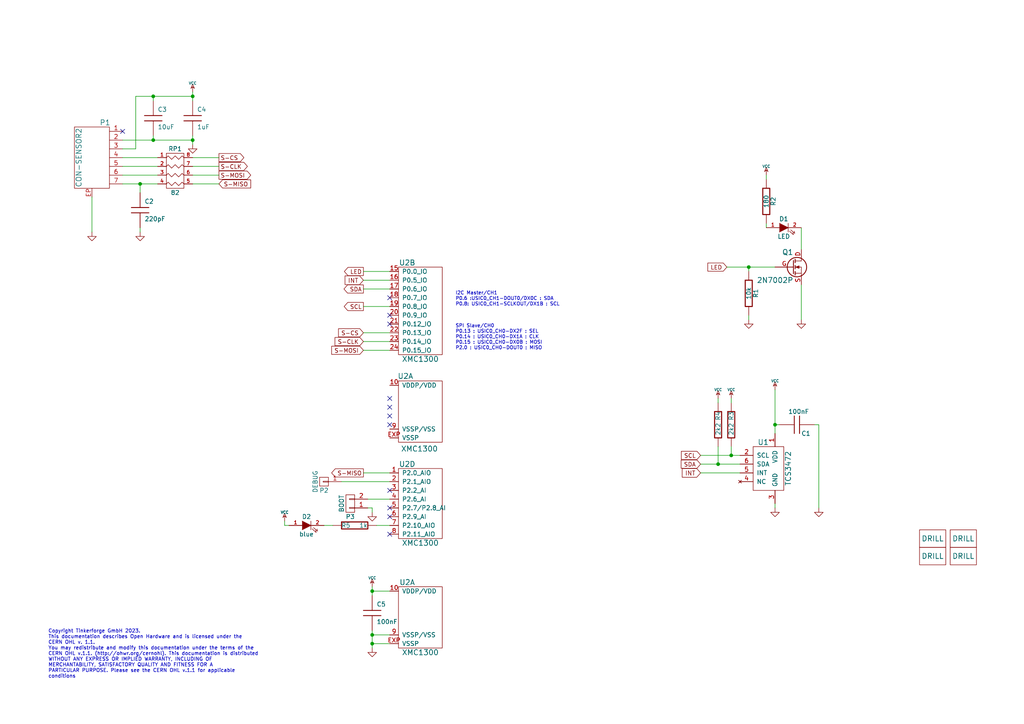
<source format=kicad_sch>
(kicad_sch (version 20211123) (generator eeschema)

  (uuid 5347b1e3-b4c2-454f-b705-1c58d4d70d35)

  (paper "A4")

  (title_block
    (title "Color Bricklet")
    (date "2023-01-27")
    (rev "2.0")
    (company "Tinkerforge GmbH")
    (comment 1 "Licensed under CERN OHL v.1.1")
    (comment 2 "Copyright (©) 2023, T.Schneidermann <tim@tinkerforge.com>")
  )

  (lib_symbols
    (symbol "tinkerforge:C" (pin_numbers hide) (pin_names (offset 0.254)) (in_bom yes) (on_board yes)
      (property "Reference" "C" (id 0) (at 1.27 2.54 0)
        (effects (font (size 1.27 1.27)) (justify left))
      )
      (property "Value" "C" (id 1) (at 1.27 -2.54 0)
        (effects (font (size 1.27 1.27)) (justify left))
      )
      (property "Footprint" "" (id 2) (at 0 0 0)
        (effects (font (size 1.524 1.524)))
      )
      (property "Datasheet" "" (id 3) (at 0 0 0)
        (effects (font (size 1.524 1.524)))
      )
      (property "ki_fp_filters" "SM* C? C1-1" (id 4) (at 0 0 0)
        (effects (font (size 1.27 1.27)) hide)
      )
      (symbol "C_0_1"
        (polyline
          (pts
            (xy -2.54 -0.762)
            (xy 2.54 -0.762)
          )
          (stroke (width 0.254) (type default) (color 0 0 0 0))
          (fill (type none))
        )
        (polyline
          (pts
            (xy -2.54 0.762)
            (xy 2.54 0.762)
          )
          (stroke (width 0.254) (type default) (color 0 0 0 0))
          (fill (type none))
        )
      )
      (symbol "C_1_1"
        (pin passive line (at 0 5.08 270) (length 4.318)
          (name "~" (effects (font (size 1.016 1.016))))
          (number "1" (effects (font (size 1.016 1.016))))
        )
        (pin passive line (at 0 -5.08 90) (length 4.318)
          (name "~" (effects (font (size 1.016 1.016))))
          (number "2" (effects (font (size 1.016 1.016))))
        )
      )
    )
    (symbol "tinkerforge:CON-SENSOR2" (pin_names (offset 1.016)) (in_bom yes) (on_board yes)
      (property "Reference" "P" (id 0) (at -3.81 10.16 0)
        (effects (font (size 1.524 1.524)))
      )
      (property "Value" "CON-SENSOR2" (id 1) (at 3.81 0 90)
        (effects (font (size 1.524 1.524)))
      )
      (property "Footprint" "" (id 2) (at 2.54 -3.81 0)
        (effects (font (size 1.524 1.524)))
      )
      (property "Datasheet" "" (id 3) (at 2.54 -3.81 0)
        (effects (font (size 1.524 1.524)))
      )
      (property "ki_fp_filters" "CON-SENSOR2" (id 4) (at 0 0 0)
        (effects (font (size 1.27 1.27)) hide)
      )
      (symbol "CON-SENSOR2_0_1"
        (rectangle (start -5.08 8.89) (end 5.08 -8.89)
          (stroke (width 0) (type default) (color 0 0 0 0))
          (fill (type none))
        )
      )
      (symbol "CON-SENSOR2_1_1"
        (pin passive line (at -8.89 7.62 0) (length 3.81)
          (name "~" (effects (font (size 1.27 1.27))))
          (number "1" (effects (font (size 1.27 1.27))))
        )
        (pin passive line (at -8.89 5.08 0) (length 3.81)
          (name "~" (effects (font (size 1.27 1.27))))
          (number "2" (effects (font (size 1.27 1.27))))
        )
        (pin passive line (at -8.89 2.54 0) (length 3.81)
          (name "~" (effects (font (size 1.27 1.27))))
          (number "3" (effects (font (size 1.27 1.27))))
        )
        (pin passive line (at -8.89 0 0) (length 3.81)
          (name "~" (effects (font (size 1.27 1.27))))
          (number "4" (effects (font (size 1.27 1.27))))
        )
        (pin passive line (at -8.89 -2.54 0) (length 3.81)
          (name "~" (effects (font (size 1.27 1.27))))
          (number "5" (effects (font (size 1.27 1.27))))
        )
        (pin passive line (at -8.89 -5.08 0) (length 3.81)
          (name "~" (effects (font (size 1.27 1.27))))
          (number "6" (effects (font (size 1.27 1.27))))
        )
        (pin passive line (at -8.89 -7.62 0) (length 3.81)
          (name "~" (effects (font (size 1.27 1.27))))
          (number "7" (effects (font (size 1.27 1.27))))
        )
        (pin passive line (at 0 -11.43 90) (length 2.54)
          (name "~" (effects (font (size 1.27 1.27))))
          (number "EP" (effects (font (size 1.27 1.27))))
        )
      )
    )
    (symbol "tinkerforge:CONN_01X01" (pin_names (offset 1.016) hide) (in_bom yes) (on_board yes)
      (property "Reference" "P" (id 0) (at 0 2.54 0)
        (effects (font (size 1.27 1.27)))
      )
      (property "Value" "CONN_01X01" (id 1) (at 2.54 0 90)
        (effects (font (size 1.27 1.27)))
      )
      (property "Footprint" "" (id 2) (at 0 0 0)
        (effects (font (size 1.27 1.27)))
      )
      (property "Datasheet" "" (id 3) (at 0 0 0)
        (effects (font (size 1.27 1.27)))
      )
      (property "ki_description" "Connector 01x01" (id 4) (at 0 0 0)
        (effects (font (size 1.27 1.27)) hide)
      )
      (property "ki_fp_filters" "Pin_Header_Straight_1X01 Pin_Header_Angled_1X01 Socket_Strip_Straight_1X01 Socket_Strip_Angled_1X01" (id 5) (at 0 0 0)
        (effects (font (size 1.27 1.27)) hide)
      )
      (symbol "CONN_01X01_0_1"
        (rectangle (start -1.27 0.127) (end 0.254 -0.127)
          (stroke (width 0) (type default) (color 0 0 0 0))
          (fill (type none))
        )
        (rectangle (start -1.27 1.27) (end 1.27 -1.27)
          (stroke (width 0) (type default) (color 0 0 0 0))
          (fill (type none))
        )
      )
      (symbol "CONN_01X01_1_1"
        (pin passive line (at -5.08 0 0) (length 3.81)
          (name "P1" (effects (font (size 1.27 1.27))))
          (number "1" (effects (font (size 1.27 1.27))))
        )
      )
    )
    (symbol "tinkerforge:CONN_01X02" (pin_names (offset 1.016) hide) (in_bom yes) (on_board yes)
      (property "Reference" "P" (id 0) (at 0 3.81 0)
        (effects (font (size 1.27 1.27)))
      )
      (property "Value" "CONN_01X02" (id 1) (at 2.54 0 90)
        (effects (font (size 1.27 1.27)))
      )
      (property "Footprint" "" (id 2) (at 0 0 0)
        (effects (font (size 1.27 1.27)))
      )
      (property "Datasheet" "" (id 3) (at 0 0 0)
        (effects (font (size 1.27 1.27)))
      )
      (property "ki_description" "Connector 01x02" (id 4) (at 0 0 0)
        (effects (font (size 1.27 1.27)) hide)
      )
      (property "ki_fp_filters" "Pin_Header_Straight_1X02 Pin_Header_Angled_1X02 Socket_Strip_Straight_1X02 Socket_Strip_Angled_1X02" (id 5) (at 0 0 0)
        (effects (font (size 1.27 1.27)) hide)
      )
      (symbol "CONN_01X02_0_1"
        (rectangle (start -1.27 -1.143) (end 0.254 -1.397)
          (stroke (width 0) (type default) (color 0 0 0 0))
          (fill (type none))
        )
        (rectangle (start -1.27 1.397) (end 0.254 1.143)
          (stroke (width 0) (type default) (color 0 0 0 0))
          (fill (type none))
        )
        (rectangle (start -1.27 2.54) (end 1.27 -2.54)
          (stroke (width 0) (type default) (color 0 0 0 0))
          (fill (type none))
        )
      )
      (symbol "CONN_01X02_1_1"
        (pin passive line (at -5.08 1.27 0) (length 3.81)
          (name "P1" (effects (font (size 1.27 1.27))))
          (number "1" (effects (font (size 1.27 1.27))))
        )
        (pin passive line (at -5.08 -1.27 0) (length 3.81)
          (name "P2" (effects (font (size 1.27 1.27))))
          (number "2" (effects (font (size 1.27 1.27))))
        )
      )
    )
    (symbol "tinkerforge:DRILL" (pin_numbers hide) (pin_names (offset 0) hide) (in_bom yes) (on_board yes)
      (property "Reference" "" (id 0) (at 0 0 0)
        (effects (font (size 1.524 1.524)) hide)
      )
      (property "Value" "DRILL" (id 1) (at 0 0 0)
        (effects (font (size 1.524 1.524)))
      )
      (property "Footprint" "" (id 2) (at 0 0 0)
        (effects (font (size 1.524 1.524)))
      )
      (property "Datasheet" "" (id 3) (at 0 0 0)
        (effects (font (size 1.524 1.524)))
      )
      (symbol "DRILL_0_1"
        (rectangle (start -3.81 2.54) (end 3.81 -2.54)
          (stroke (width 0) (type default) (color 0 0 0 0))
          (fill (type none))
        )
      )
    )
    (symbol "tinkerforge:GND" (power) (pin_names (offset 0)) (in_bom yes) (on_board yes)
      (property "Reference" "#PWR" (id 0) (at 0 -6.35 0)
        (effects (font (size 1.27 1.27)) hide)
      )
      (property "Value" "GND" (id 1) (at 0 -5.08 0)
        (effects (font (size 1.27 1.27)))
      )
      (property "Footprint" "" (id 2) (at 0 0 0)
        (effects (font (size 1.27 1.27)))
      )
      (property "Datasheet" "" (id 3) (at 0 0 0)
        (effects (font (size 1.27 1.27)))
      )
      (symbol "GND_0_1"
        (polyline
          (pts
            (xy 0 0)
            (xy 0 -1.27)
            (xy 1.27 -1.27)
            (xy 0 -2.54)
            (xy -1.27 -1.27)
            (xy 0 -1.27)
          )
          (stroke (width 0) (type default) (color 0 0 0 0))
          (fill (type none))
        )
      )
      (symbol "GND_1_1"
        (pin power_in line (at 0 0 270) (length 0) hide
          (name "GND" (effects (font (size 1.27 1.27))))
          (number "1" (effects (font (size 1.27 1.27))))
        )
      )
    )
    (symbol "tinkerforge:LED" (pin_names (offset 1.016) hide) (in_bom yes) (on_board yes)
      (property "Reference" "D" (id 0) (at 0 2.54 0)
        (effects (font (size 1.27 1.27)))
      )
      (property "Value" "LED" (id 1) (at 0 -2.54 0)
        (effects (font (size 1.27 1.27)))
      )
      (property "Footprint" "" (id 2) (at 0 0 0)
        (effects (font (size 1.27 1.27)))
      )
      (property "Datasheet" "" (id 3) (at 0 0 0)
        (effects (font (size 1.27 1.27)))
      )
      (property "ki_keywords" "LED" (id 4) (at 0 0 0)
        (effects (font (size 1.27 1.27)) hide)
      )
      (property "ki_fp_filters" "LED-3MM LED-5MM LED-10MM LED-0603 LED-0805 LED-1206 LEDV" (id 5) (at 0 0 0)
        (effects (font (size 1.27 1.27)) hide)
      )
      (symbol "LED_0_1"
        (polyline
          (pts
            (xy 1.27 1.27)
            (xy 1.27 -1.27)
          )
          (stroke (width 0) (type default) (color 0 0 0 0))
          (fill (type none))
        )
        (polyline
          (pts
            (xy -1.27 1.27)
            (xy 1.27 0)
            (xy -1.27 -1.27)
          )
          (stroke (width 0) (type default) (color 0 0 0 0))
          (fill (type outline))
        )
        (polyline
          (pts
            (xy 1.651 -1.016)
            (xy 2.794 -2.032)
            (xy 2.667 -1.397)
          )
          (stroke (width 0) (type default) (color 0 0 0 0))
          (fill (type none))
        )
        (polyline
          (pts
            (xy 2.032 -0.635)
            (xy 3.175 -1.651)
            (xy 3.048 -1.016)
          )
          (stroke (width 0) (type default) (color 0 0 0 0))
          (fill (type none))
        )
      )
      (symbol "LED_1_1"
        (pin passive line (at -5.08 0 0) (length 3.81)
          (name "A" (effects (font (size 1.016 1.016))))
          (number "1" (effects (font (size 1.016 1.016))))
        )
        (pin passive line (at 5.08 0 180) (length 3.81)
          (name "K" (effects (font (size 1.016 1.016))))
          (number "2" (effects (font (size 1.016 1.016))))
        )
      )
    )
    (symbol "tinkerforge:MOSFET_N_CH" (pin_names (offset 0) hide) (in_bom yes) (on_board yes)
      (property "Reference" "Q" (id 0) (at 7.62 1.27 0)
        (effects (font (size 1.27 1.27)) (justify right))
      )
      (property "Value" "MOSFET_N_CH" (id 1) (at 17.78 -1.27 0)
        (effects (font (size 1.27 1.27)) (justify right))
      )
      (property "Footprint" "" (id 2) (at 5.08 2.54 0)
        (effects (font (size 1.27 1.27)))
      )
      (property "Datasheet" "" (id 3) (at 0 0 0)
        (effects (font (size 1.27 1.27)))
      )
      (property "ki_keywords" "pmos p-mos p-mosfet transistor" (id 4) (at 0 0 0)
        (effects (font (size 1.27 1.27)) hide)
      )
      (property "ki_description" "Transistor P-MOSFET, collector connected to mounting plane (general)" (id 5) (at 0 0 0)
        (effects (font (size 1.27 1.27)) hide)
      )
      (symbol "MOSFET_N_CH_0_1"
        (polyline
          (pts
            (xy 0.762 -1.778)
            (xy 2.54 -1.778)
          )
          (stroke (width 0) (type default) (color 0 0 0 0))
          (fill (type none))
        )
        (polyline
          (pts
            (xy 0.762 -1.27)
            (xy 0.762 -2.286)
          )
          (stroke (width 0.254) (type default) (color 0 0 0 0))
          (fill (type none))
        )
        (polyline
          (pts
            (xy 0.762 0)
            (xy 2.54 0)
          )
          (stroke (width 0) (type default) (color 0 0 0 0))
          (fill (type none))
        )
        (polyline
          (pts
            (xy 0.762 0.508)
            (xy 0.762 -0.508)
          )
          (stroke (width 0.254) (type default) (color 0 0 0 0))
          (fill (type none))
        )
        (polyline
          (pts
            (xy 0.762 1.778)
            (xy 2.54 1.778)
          )
          (stroke (width 0) (type default) (color 0 0 0 0))
          (fill (type none))
        )
        (polyline
          (pts
            (xy 0.762 2.286)
            (xy 0.762 1.27)
          )
          (stroke (width 0.254) (type default) (color 0 0 0 0))
          (fill (type none))
        )
        (polyline
          (pts
            (xy 2.54 -1.778)
            (xy 2.54 -2.54)
          )
          (stroke (width 0) (type default) (color 0 0 0 0))
          (fill (type none))
        )
        (polyline
          (pts
            (xy 2.54 -1.778)
            (xy 2.54 0)
          )
          (stroke (width 0) (type default) (color 0 0 0 0))
          (fill (type none))
        )
        (polyline
          (pts
            (xy 2.54 2.54)
            (xy 2.54 1.778)
          )
          (stroke (width 0) (type default) (color 0 0 0 0))
          (fill (type none))
        )
        (polyline
          (pts
            (xy 0.254 1.905)
            (xy 0.254 -1.905)
            (xy 0.254 -1.905)
          )
          (stroke (width 0.254) (type default) (color 0 0 0 0))
          (fill (type none))
        )
        (polyline
          (pts
            (xy 0.889 0)
            (xy 1.905 0.381)
            (xy 1.905 -0.381)
            (xy 0.889 0)
          )
          (stroke (width 0) (type default) (color 0 0 0 0))
          (fill (type outline))
        )
        (circle (center 1.27 0) (radius 2.8194)
          (stroke (width 0.254) (type default) (color 0 0 0 0))
          (fill (type none))
        )
      )
      (symbol "MOSFET_N_CH_1_1"
        (pin passive line (at 2.54 5.08 270) (length 2.54)
          (name "D" (effects (font (size 1.27 1.27))))
          (number "D" (effects (font (size 1.27 1.27))))
        )
        (pin input line (at -5.08 0 0) (length 5.334)
          (name "G" (effects (font (size 1.27 1.27))))
          (number "G" (effects (font (size 1.27 1.27))))
        )
        (pin passive line (at 2.54 -5.08 90) (length 2.54)
          (name "S" (effects (font (size 1.27 1.27))))
          (number "S" (effects (font (size 1.27 1.27))))
        )
      )
    )
    (symbol "tinkerforge:R" (pin_numbers hide) (pin_names (offset 0)) (in_bom yes) (on_board yes)
      (property "Reference" "R" (id 0) (at 2.032 0 90)
        (effects (font (size 1.27 1.27)))
      )
      (property "Value" "R" (id 1) (at 0 0 90)
        (effects (font (size 1.27 1.27)))
      )
      (property "Footprint" "" (id 2) (at 0 0 0)
        (effects (font (size 1.524 1.524)))
      )
      (property "Datasheet" "" (id 3) (at 0 0 0)
        (effects (font (size 1.524 1.524)))
      )
      (property "ki_fp_filters" "R? SM0603 SM0805 R?-*" (id 4) (at 0 0 0)
        (effects (font (size 1.27 1.27)) hide)
      )
      (symbol "R_0_1"
        (rectangle (start -1.016 3.81) (end 1.016 -3.81)
          (stroke (width 0.3048) (type default) (color 0 0 0 0))
          (fill (type none))
        )
      )
      (symbol "R_1_1"
        (pin passive line (at 0 6.35 270) (length 2.54)
          (name "~" (effects (font (size 1.524 1.524))))
          (number "1" (effects (font (size 1.524 1.524))))
        )
        (pin passive line (at 0 -6.35 90) (length 2.54)
          (name "~" (effects (font (size 1.524 1.524))))
          (number "2" (effects (font (size 1.524 1.524))))
        )
      )
    )
    (symbol "tinkerforge:R_PACK4" (pin_names hide) (in_bom yes) (on_board yes)
      (property "Reference" "RP" (id 0) (at 0 11.43 0)
        (effects (font (size 1.27 1.27)))
      )
      (property "Value" "R_PACK4" (id 1) (at 0 -1.27 0)
        (effects (font (size 1.27 1.27)))
      )
      (property "Footprint" "" (id 2) (at 0 0 0)
        (effects (font (size 1.27 1.27)))
      )
      (property "Datasheet" "" (id 3) (at 0 0 0)
        (effects (font (size 1.27 1.27)))
      )
      (property "ki_keywords" "R DEV" (id 4) (at 0 0 0)
        (effects (font (size 1.27 1.27)) hide)
      )
      (property "ki_description" "4 resistors Pack" (id 5) (at 0 0 0)
        (effects (font (size 1.27 1.27)) hide)
      )
      (symbol "R_PACK4_0_1"
        (polyline
          (pts
            (xy -2.54 10.16)
            (xy -2.54 0)
            (xy 2.54 0)
            (xy 2.54 10.16)
            (xy -2.54 10.16)
          )
          (stroke (width 0) (type default) (color 0 0 0 0))
          (fill (type none))
        )
        (polyline
          (pts
            (xy -2.54 1.27)
            (xy -2.032 1.778)
            (xy -1.016 0.762)
            (xy 0 1.778)
            (xy 1.016 0.762)
            (xy 2.032 1.778)
            (xy 2.54 1.27)
          )
          (stroke (width 0) (type default) (color 0 0 0 0))
          (fill (type none))
        )
        (polyline
          (pts
            (xy -2.54 3.81)
            (xy -2.032 4.318)
            (xy -1.016 3.302)
            (xy 0 4.318)
            (xy 1.016 3.302)
            (xy 2.032 4.318)
            (xy 2.54 3.81)
          )
          (stroke (width 0) (type default) (color 0 0 0 0))
          (fill (type none))
        )
        (polyline
          (pts
            (xy -2.54 6.35)
            (xy -2.032 6.858)
            (xy -1.016 5.842)
            (xy 0 6.858)
            (xy 1.016 5.842)
            (xy 2.032 6.858)
            (xy 2.54 6.35)
          )
          (stroke (width 0) (type default) (color 0 0 0 0))
          (fill (type none))
        )
        (polyline
          (pts
            (xy -2.54 8.89)
            (xy -2.032 9.398)
            (xy -1.016 8.382)
            (xy 0 9.398)
            (xy 1.016 8.382)
            (xy 2.032 9.398)
            (xy 2.54 8.89)
          )
          (stroke (width 0) (type default) (color 0 0 0 0))
          (fill (type none))
        )
      )
      (symbol "R_PACK4_1_1"
        (pin passive line (at -5.08 8.89 0) (length 2.54)
          (name "P1" (effects (font (size 1.016 1.016))))
          (number "1" (effects (font (size 1.016 1.016))))
        )
        (pin passive line (at -5.08 6.35 0) (length 2.54)
          (name "P2" (effects (font (size 1.016 1.016))))
          (number "2" (effects (font (size 1.016 1.016))))
        )
        (pin passive line (at -5.08 3.81 0) (length 2.54)
          (name "P3" (effects (font (size 1.016 1.016))))
          (number "3" (effects (font (size 1.016 1.016))))
        )
        (pin passive line (at -5.08 1.27 0) (length 2.54)
          (name "P4" (effects (font (size 1.016 1.016))))
          (number "4" (effects (font (size 1.016 1.016))))
        )
        (pin passive line (at 5.08 1.27 180) (length 2.54)
          (name "R4" (effects (font (size 1.016 1.016))))
          (number "5" (effects (font (size 1.016 1.016))))
        )
        (pin passive line (at 5.08 3.81 180) (length 2.54)
          (name "R3" (effects (font (size 1.016 1.016))))
          (number "6" (effects (font (size 1.016 1.016))))
        )
        (pin passive line (at 5.08 6.35 180) (length 2.54)
          (name "R2" (effects (font (size 1.016 1.016))))
          (number "7" (effects (font (size 1.016 1.016))))
        )
        (pin passive line (at 5.08 8.89 180) (length 2.54)
          (name "R1" (effects (font (size 1.016 1.016))))
          (number "8" (effects (font (size 1.016 1.016))))
        )
      )
    )
    (symbol "tinkerforge:TCS3472" (pin_names (offset 1.016)) (in_bom yes) (on_board yes)
      (property "Reference" "U" (id 0) (at -2.54 8.89 0)
        (effects (font (size 1.524 1.524)))
      )
      (property "Value" "TCS3472" (id 1) (at -3.81 -7.62 0)
        (effects (font (size 1.524 1.524)))
      )
      (property "Footprint" "" (id 2) (at 1.27 1.27 0)
        (effects (font (size 1.524 1.524)))
      )
      (property "Datasheet" "" (id 3) (at 1.27 1.27 0)
        (effects (font (size 1.524 1.524)))
      )
      (symbol "TCS3472_0_1"
        (rectangle (start -3.81 6.35) (end 5.08 -6.35)
          (stroke (width 0) (type default) (color 0 0 0 0))
          (fill (type none))
        )
      )
      (symbol "TCS3472_1_1"
        (pin passive line (at 2.54 10.16 270) (length 3.81)
          (name "VDD" (effects (font (size 1.27 1.27))))
          (number "1" (effects (font (size 1.27 1.27))))
        )
        (pin passive line (at -7.62 3.81 0) (length 3.81)
          (name "SCL" (effects (font (size 1.27 1.27))))
          (number "2" (effects (font (size 1.27 1.27))))
        )
        (pin passive line (at 2.54 -10.16 90) (length 3.81)
          (name "GND" (effects (font (size 1.27 1.27))))
          (number "3" (effects (font (size 1.27 1.27))))
        )
        (pin no_connect line (at -7.62 -3.81 0) (length 3.81)
          (name "NC" (effects (font (size 1.27 1.27))))
          (number "4" (effects (font (size 1.27 1.27))))
        )
        (pin passive line (at -7.62 -1.27 0) (length 3.81)
          (name "INT" (effects (font (size 1.27 1.27))))
          (number "5" (effects (font (size 1.27 1.27))))
        )
        (pin passive line (at -7.62 1.27 0) (length 3.81)
          (name "SDA" (effects (font (size 1.27 1.27))))
          (number "6" (effects (font (size 1.27 1.27))))
        )
      )
    )
    (symbol "tinkerforge:VCC" (power) (pin_names (offset 0)) (in_bom yes) (on_board yes)
      (property "Reference" "#PWR" (id 0) (at 0 2.54 0)
        (effects (font (size 1.016 1.016)) hide)
      )
      (property "Value" "VCC" (id 1) (at 0 3.175 0)
        (effects (font (size 1.016 1.016)))
      )
      (property "Footprint" "" (id 2) (at 0 0 0)
        (effects (font (size 1.524 1.524)))
      )
      (property "Datasheet" "" (id 3) (at 0 0 0)
        (effects (font (size 1.524 1.524)))
      )
      (symbol "VCC_0_0"
        (pin power_in line (at 0 0 90) (length 0) hide
          (name "VCC" (effects (font (size 0.762 0.762))))
          (number "1" (effects (font (size 0.762 0.762))))
        )
      )
      (symbol "VCC_0_1"
        (polyline
          (pts
            (xy 0 1.524)
            (xy 0 0)
          )
          (stroke (width 0) (type default) (color 0 0 0 0))
          (fill (type none))
        )
        (polyline
          (pts
            (xy 0 1.524)
            (xy 0.508 1.016)
            (xy 0 2.286)
            (xy -0.508 1.016)
            (xy 0 1.524)
            (xy 0 1.524)
          )
          (stroke (width 0) (type default) (color 0 0 0 0))
          (fill (type none))
        )
      )
    )
    (symbol "tinkerforge:XMC1XXX24" (pin_names (offset 1.016)) (in_bom yes) (on_board yes)
      (property "Reference" "U" (id 0) (at -3.81 15.24 0)
        (effects (font (size 1.524 1.524)))
      )
      (property "Value" "XMC1XXX24" (id 1) (at 0 -16.51 0)
        (effects (font (size 1.524 1.524)))
      )
      (property "Footprint" "" (id 2) (at 3.81 19.05 0)
        (effects (font (size 1.524 1.524)))
      )
      (property "Datasheet" "" (id 3) (at 3.81 19.05 0)
        (effects (font (size 1.524 1.524)))
      )
      (symbol "XMC1XXX24_1_1"
        (rectangle (start -6.35 8.89) (end 6.35 -8.89)
          (stroke (width 0) (type default) (color 0 0 0 0))
          (fill (type none))
        )
        (pin passive line (at -8.89 7.62 0) (length 2.54)
          (name "VDDP/VDD" (effects (font (size 1.27 1.27))))
          (number "10" (effects (font (size 1.27 1.27))))
        )
        (pin passive line (at -8.89 -5.08 0) (length 2.54)
          (name "VSSP/VSS" (effects (font (size 1.27 1.27))))
          (number "9" (effects (font (size 1.27 1.27))))
        )
        (pin passive line (at -8.89 -7.62 0) (length 2.54)
          (name "VSSP" (effects (font (size 1.27 1.27))))
          (number "EXP" (effects (font (size 1.27 1.27))))
        )
      )
      (symbol "XMC1XXX24_2_1"
        (rectangle (start -6.35 12.7) (end 6.35 -12.7)
          (stroke (width 0) (type default) (color 0 0 0 0))
          (fill (type none))
        )
        (pin passive line (at -8.89 11.43 0) (length 2.54)
          (name "P0.0_IO" (effects (font (size 1.27 1.27))))
          (number "15" (effects (font (size 1.27 1.27))))
        )
        (pin passive line (at -8.89 8.89 0) (length 2.54)
          (name "P0.5_IO" (effects (font (size 1.27 1.27))))
          (number "16" (effects (font (size 1.27 1.27))))
        )
        (pin passive line (at -8.89 6.35 0) (length 2.54)
          (name "P0.6_IO" (effects (font (size 1.27 1.27))))
          (number "17" (effects (font (size 1.27 1.27))))
        )
        (pin passive line (at -8.89 3.81 0) (length 2.54)
          (name "P0.7_IO" (effects (font (size 1.27 1.27))))
          (number "18" (effects (font (size 1.27 1.27))))
        )
        (pin passive line (at -8.89 1.27 0) (length 2.54)
          (name "P0.8_IO" (effects (font (size 1.27 1.27))))
          (number "19" (effects (font (size 1.27 1.27))))
        )
        (pin passive line (at -8.89 -1.27 0) (length 2.54)
          (name "P0.9_IO" (effects (font (size 1.27 1.27))))
          (number "20" (effects (font (size 1.27 1.27))))
        )
        (pin passive line (at -8.89 -3.81 0) (length 2.54)
          (name "P0.12_IO" (effects (font (size 1.27 1.27))))
          (number "21" (effects (font (size 1.27 1.27))))
        )
        (pin passive line (at -8.89 -6.35 0) (length 2.54)
          (name "P0.13_IO" (effects (font (size 1.27 1.27))))
          (number "22" (effects (font (size 1.27 1.27))))
        )
        (pin passive line (at -8.89 -8.89 0) (length 2.54)
          (name "P0.14_IO" (effects (font (size 1.27 1.27))))
          (number "23" (effects (font (size 1.27 1.27))))
        )
        (pin passive line (at -8.89 -11.43 0) (length 2.54)
          (name "P0.15_IO" (effects (font (size 1.27 1.27))))
          (number "24" (effects (font (size 1.27 1.27))))
        )
      )
      (symbol "XMC1XXX24_3_1"
        (rectangle (start -6.35 5.08) (end 6.35 -5.08)
          (stroke (width 0) (type default) (color 0 0 0 0))
          (fill (type none))
        )
        (pin passive line (at -8.89 -3.81 0) (length 2.54)
          (name "P1.3_IHO" (effects (font (size 1.27 1.27))))
          (number "11" (effects (font (size 1.27 1.27))))
        )
        (pin passive line (at -8.89 -1.27 0) (length 2.54)
          (name "P1.2_IHO" (effects (font (size 1.27 1.27))))
          (number "12" (effects (font (size 1.27 1.27))))
        )
        (pin passive line (at -8.89 1.27 0) (length 2.54)
          (name "P1.1_IHO" (effects (font (size 1.27 1.27))))
          (number "13" (effects (font (size 1.27 1.27))))
        )
        (pin passive line (at -8.89 3.81 0) (length 2.54)
          (name "P1.0_IHO" (effects (font (size 1.27 1.27))))
          (number "14" (effects (font (size 1.27 1.27))))
        )
      )
      (symbol "XMC1XXX24_4_1"
        (rectangle (start -6.35 10.16) (end 6.35 -10.16)
          (stroke (width 0) (type default) (color 0 0 0 0))
          (fill (type none))
        )
        (pin passive line (at -8.89 8.89 0) (length 2.54)
          (name "P2.0_AIO" (effects (font (size 1.27 1.27))))
          (number "1" (effects (font (size 1.27 1.27))))
        )
        (pin passive line (at -8.89 6.35 0) (length 2.54)
          (name "P2.1_AIO" (effects (font (size 1.27 1.27))))
          (number "2" (effects (font (size 1.27 1.27))))
        )
        (pin passive line (at -8.89 3.81 0) (length 2.54)
          (name "P2.2_AI" (effects (font (size 1.27 1.27))))
          (number "3" (effects (font (size 1.27 1.27))))
        )
        (pin passive line (at -8.89 1.27 0) (length 2.54)
          (name "P2.6_AI" (effects (font (size 1.27 1.27))))
          (number "4" (effects (font (size 1.27 1.27))))
        )
        (pin passive line (at -8.89 -1.27 0) (length 2.54)
          (name "P2.7/P2.8_AI" (effects (font (size 1.27 1.27))))
          (number "5" (effects (font (size 1.27 1.27))))
        )
        (pin passive line (at -8.89 -3.81 0) (length 2.54)
          (name "P2.9_AI" (effects (font (size 1.27 1.27))))
          (number "6" (effects (font (size 1.27 1.27))))
        )
        (pin passive line (at -8.89 -6.35 0) (length 2.54)
          (name "P2.10_AIO" (effects (font (size 1.27 1.27))))
          (number "7" (effects (font (size 1.27 1.27))))
        )
        (pin passive line (at -8.89 -8.89 0) (length 2.54)
          (name "P2.11_AIO" (effects (font (size 1.27 1.27))))
          (number "8" (effects (font (size 1.27 1.27))))
        )
      )
    )
  )

  (junction (at 55.88 40.64) (diameter 0) (color 0 0 0 0)
    (uuid 0d473f7b-4e6e-4ed8-8607-e140884442a0)
  )
  (junction (at 107.95 171.45) (diameter 0) (color 0 0 0 0)
    (uuid 20091b30-5978-40a3-a34e-78a5f7423c66)
  )
  (junction (at 217.17 77.47) (diameter 0) (color 0 0 0 0)
    (uuid 3868f0b9-929c-4e77-9d17-1e5f94e0c961)
  )
  (junction (at 44.45 40.64) (diameter 0) (color 0 0 0 0)
    (uuid 6621d453-1703-4351-ac08-635bd7816271)
  )
  (junction (at 107.95 186.69) (diameter 0) (color 0 0 0 0)
    (uuid 89285d5d-495c-4551-943c-70c5a700d534)
  )
  (junction (at 44.45 27.94) (diameter 0) (color 0 0 0 0)
    (uuid 8f53043e-16a8-4c5c-8d2b-332dd22a837a)
  )
  (junction (at 55.88 27.94) (diameter 0) (color 0 0 0 0)
    (uuid 9cc79cfa-6dc5-4abf-a57b-4ed9a519ce7c)
  )
  (junction (at 208.28 134.62) (diameter 0) (color 0 0 0 0)
    (uuid b43310d3-0154-4199-b91c-863da146d576)
  )
  (junction (at 40.64 53.34) (diameter 0) (color 0 0 0 0)
    (uuid b6369e0f-b32b-4474-b81f-46654d9e57ee)
  )
  (junction (at 107.95 184.15) (diameter 0) (color 0 0 0 0)
    (uuid c7e42552-8c21-4ab6-9e9b-db7cb68904c5)
  )
  (junction (at 224.79 123.19) (diameter 0) (color 0 0 0 0)
    (uuid d489e423-84de-41ef-bccc-033de444719e)
  )
  (junction (at 212.09 132.08) (diameter 0) (color 0 0 0 0)
    (uuid fca01e47-793a-4893-b2eb-44796384d737)
  )

  (no_connect (at 113.03 149.86) (uuid 01d1ec7b-2cac-4449-9eb7-3c02b70bde53))
  (no_connect (at 113.03 147.32) (uuid 4e335ba5-e10d-4c49-8f1f-d17ef0d084c5))
  (no_connect (at 35.56 38.1) (uuid 71a914c4-6a61-4201-baf5-4611208a2a4d))
  (no_connect (at 113.03 123.19) (uuid 71fc096d-9464-428b-95d0-25e443b6678c))
  (no_connect (at 113.03 154.94) (uuid 869c9152-7cd6-4764-ab57-5af0ee33cd69))
  (no_connect (at 113.03 115.57) (uuid 910fb046-dd18-4eb9-8c82-3eeb48fea99e))
  (no_connect (at 113.03 142.24) (uuid aacee8ba-4add-44c3-88c5-e1b29309ddc8))
  (no_connect (at 113.03 120.65) (uuid c602e19b-b19f-41cf-a87b-12a46e8e91f1))
  (no_connect (at 113.03 93.98) (uuid cc4643b6-0fcf-4a16-bbe4-ed405de384bf))
  (no_connect (at 113.03 118.11) (uuid f42789f6-aac3-4e3d-877f-5806fb3b2693))
  (no_connect (at 113.03 91.44) (uuid ff1591ae-28ff-4301-90fc-a90c87f8f33f))
  (no_connect (at 113.03 86.36) (uuid ff68eb85-5c92-4166-9de4-a804f51a8c8c))

  (wire (pts (xy 107.95 184.15) (xy 107.95 182.88))
    (stroke (width 0) (type default) (color 0 0 0 0))
    (uuid 071195e5-c00e-46cc-87e5-75c1fb43c5af)
  )
  (wire (pts (xy 44.45 27.94) (xy 55.88 27.94))
    (stroke (width 0) (type default) (color 0 0 0 0))
    (uuid 0c700cdd-89f4-466e-9814-125e3d1e6b0a)
  )
  (wire (pts (xy 55.88 40.64) (xy 55.88 41.91))
    (stroke (width 0) (type default) (color 0 0 0 0))
    (uuid 1bb497c4-e23d-40f1-8f92-ec40ad81f460)
  )
  (wire (pts (xy 35.56 43.18) (xy 39.37 43.18))
    (stroke (width 0) (type default) (color 0 0 0 0))
    (uuid 25329cac-5f7a-48de-8d88-8a37c7f76b2c)
  )
  (wire (pts (xy 35.56 45.72) (xy 45.72 45.72))
    (stroke (width 0) (type default) (color 0 0 0 0))
    (uuid 2931ad63-5b8c-45fd-8803-0ca6861ac997)
  )
  (wire (pts (xy 99.06 139.7) (xy 113.03 139.7))
    (stroke (width 0) (type default) (color 0 0 0 0))
    (uuid 2acdfa3a-8349-4448-9116-39b1fe85bdc4)
  )
  (wire (pts (xy 105.41 96.52) (xy 113.03 96.52))
    (stroke (width 0) (type default) (color 0 0 0 0))
    (uuid 31cad2ab-f4a7-40f9-8932-675316f379d8)
  )
  (wire (pts (xy 44.45 39.37) (xy 44.45 40.64))
    (stroke (width 0) (type default) (color 0 0 0 0))
    (uuid 3c7bdcbf-7e68-4e19-a9ff-4cb5d0858ffc)
  )
  (wire (pts (xy 107.95 172.72) (xy 107.95 171.45))
    (stroke (width 0) (type default) (color 0 0 0 0))
    (uuid 450b1b97-4cb1-4287-a312-15b2cebf3896)
  )
  (wire (pts (xy 44.45 29.21) (xy 44.45 27.94))
    (stroke (width 0) (type default) (color 0 0 0 0))
    (uuid 470fb8c0-9d35-43ff-a972-3574296f77fa)
  )
  (wire (pts (xy 44.45 40.64) (xy 55.88 40.64))
    (stroke (width 0) (type default) (color 0 0 0 0))
    (uuid 4755cd1c-fa1c-4c53-a62a-cb05c4f6a6cc)
  )
  (wire (pts (xy 105.41 78.74) (xy 113.03 78.74))
    (stroke (width 0) (type default) (color 0 0 0 0))
    (uuid 48be4afb-ef9d-47e2-bcc2-b01017145679)
  )
  (wire (pts (xy 63.5 45.72) (xy 55.88 45.72))
    (stroke (width 0) (type default) (color 0 0 0 0))
    (uuid 48d635aa-1c96-49a6-bed3-cc58dfea83b9)
  )
  (wire (pts (xy 217.17 78.74) (xy 217.17 77.47))
    (stroke (width 0) (type default) (color 0 0 0 0))
    (uuid 4e36001d-5555-4509-86db-169d2d0cb109)
  )
  (wire (pts (xy 222.25 52.07) (xy 222.25 50.8))
    (stroke (width 0) (type default) (color 0 0 0 0))
    (uuid 5242aef2-2a7f-4426-a2a3-8e632d0ad676)
  )
  (wire (pts (xy 226.06 123.19) (xy 224.79 123.19))
    (stroke (width 0) (type default) (color 0 0 0 0))
    (uuid 52a35b0b-fdca-4f16-b501-4d860587a147)
  )
  (wire (pts (xy 113.03 171.45) (xy 107.95 171.45))
    (stroke (width 0) (type default) (color 0 0 0 0))
    (uuid 57c03e11-9191-4782-81a2-132c20700eae)
  )
  (wire (pts (xy 40.64 53.34) (xy 35.56 53.34))
    (stroke (width 0) (type default) (color 0 0 0 0))
    (uuid 5dc4317f-de51-4fd8-95a2-bcdb8ab2b113)
  )
  (wire (pts (xy 55.88 27.94) (xy 55.88 29.21))
    (stroke (width 0) (type default) (color 0 0 0 0))
    (uuid 5e208895-ef0a-4741-b8eb-5f104e88d2fc)
  )
  (wire (pts (xy 214.63 132.08) (xy 212.09 132.08))
    (stroke (width 0) (type default) (color 0 0 0 0))
    (uuid 5f6adeee-f80e-460f-aef3-10ea670a9afd)
  )
  (wire (pts (xy 212.09 115.57) (xy 212.09 116.84))
    (stroke (width 0) (type default) (color 0 0 0 0))
    (uuid 61010d26-f4a7-46c1-8717-176f05aad1b9)
  )
  (wire (pts (xy 212.09 129.54) (xy 212.09 132.08))
    (stroke (width 0) (type default) (color 0 0 0 0))
    (uuid 626ddf3b-66a2-4c7a-9149-3a10ab929924)
  )
  (wire (pts (xy 113.03 137.16) (xy 105.41 137.16))
    (stroke (width 0) (type default) (color 0 0 0 0))
    (uuid 64425fac-fea9-49fb-81fe-723a84f19ff1)
  )
  (wire (pts (xy 224.79 123.19) (xy 224.79 125.73))
    (stroke (width 0) (type default) (color 0 0 0 0))
    (uuid 655d10f6-65d7-4c7a-a863-abc9591d2344)
  )
  (wire (pts (xy 55.88 53.34) (xy 63.5 53.34))
    (stroke (width 0) (type default) (color 0 0 0 0))
    (uuid 6b42db01-a8d1-4a2a-8c1c-c41931a67f59)
  )
  (wire (pts (xy 232.41 72.39) (xy 232.41 66.04))
    (stroke (width 0) (type default) (color 0 0 0 0))
    (uuid 6d60316f-2edf-4053-85f9-43a57f2b3120)
  )
  (wire (pts (xy 208.28 129.54) (xy 208.28 134.62))
    (stroke (width 0) (type default) (color 0 0 0 0))
    (uuid 6ea2f391-866c-403e-9f6f-195e73ec92ab)
  )
  (wire (pts (xy 45.72 48.26) (xy 35.56 48.26))
    (stroke (width 0) (type default) (color 0 0 0 0))
    (uuid 729c7dcb-9e6a-4f6f-808e-92dfde81ef01)
  )
  (wire (pts (xy 83.82 152.4) (xy 82.55 152.4))
    (stroke (width 0) (type default) (color 0 0 0 0))
    (uuid 7329136d-4477-434b-9c4f-ab1e5eecaecb)
  )
  (wire (pts (xy 39.37 27.94) (xy 44.45 27.94))
    (stroke (width 0) (type default) (color 0 0 0 0))
    (uuid 77b02725-4e89-4980-b971-5865e367c396)
  )
  (wire (pts (xy 237.49 123.19) (xy 237.49 147.32))
    (stroke (width 0) (type default) (color 0 0 0 0))
    (uuid 7c6d7cc8-2e55-4da3-965c-a7289a6c2517)
  )
  (wire (pts (xy 222.25 66.04) (xy 222.25 64.77))
    (stroke (width 0) (type default) (color 0 0 0 0))
    (uuid 80ce6941-b31a-4452-b54a-3a3d17969e6c)
  )
  (wire (pts (xy 107.95 147.32) (xy 107.95 148.59))
    (stroke (width 0) (type default) (color 0 0 0 0))
    (uuid 8383e87a-3540-420b-9058-620cf35ad913)
  )
  (wire (pts (xy 113.03 184.15) (xy 107.95 184.15))
    (stroke (width 0) (type default) (color 0 0 0 0))
    (uuid 8b47317d-be2c-491a-872e-96e862b4d4e9)
  )
  (wire (pts (xy 40.64 55.88) (xy 40.64 53.34))
    (stroke (width 0) (type default) (color 0 0 0 0))
    (uuid 8c355f71-c430-48fa-955b-b55b63f2de9b)
  )
  (wire (pts (xy 107.95 171.45) (xy 107.95 170.18))
    (stroke (width 0) (type default) (color 0 0 0 0))
    (uuid 8d57a81d-5e23-41ad-9029-26e82269bd19)
  )
  (wire (pts (xy 106.68 147.32) (xy 107.95 147.32))
    (stroke (width 0) (type default) (color 0 0 0 0))
    (uuid 8d8db09d-b165-4d1d-8e55-ff86f3f470ce)
  )
  (wire (pts (xy 105.41 81.28) (xy 113.03 81.28))
    (stroke (width 0) (type default) (color 0 0 0 0))
    (uuid 951d9a30-a39d-4362-bbb6-6d805ef3c7ae)
  )
  (wire (pts (xy 55.88 39.37) (xy 55.88 40.64))
    (stroke (width 0) (type default) (color 0 0 0 0))
    (uuid 964e4385-0035-462f-b0b3-bc18f87e8ff8)
  )
  (wire (pts (xy 214.63 137.16) (xy 203.2 137.16))
    (stroke (width 0) (type default) (color 0 0 0 0))
    (uuid 9acf0653-a23e-4d73-8193-21a64661e130)
  )
  (wire (pts (xy 113.03 186.69) (xy 107.95 186.69))
    (stroke (width 0) (type default) (color 0 0 0 0))
    (uuid 9bee6e8c-2b46-43d0-b319-33112e8c972f)
  )
  (wire (pts (xy 224.79 113.03) (xy 224.79 123.19))
    (stroke (width 0) (type default) (color 0 0 0 0))
    (uuid 9c7c71e3-f3a9-4aed-9954-79599eee8a1a)
  )
  (wire (pts (xy 217.17 92.71) (xy 217.17 91.44))
    (stroke (width 0) (type default) (color 0 0 0 0))
    (uuid 9d26283f-8293-4b66-9292-1ea7c83b55e1)
  )
  (wire (pts (xy 55.88 48.26) (xy 63.5 48.26))
    (stroke (width 0) (type default) (color 0 0 0 0))
    (uuid a0594838-4b21-47f1-b9b7-4e4e1aa6fda7)
  )
  (wire (pts (xy 39.37 43.18) (xy 39.37 27.94))
    (stroke (width 0) (type default) (color 0 0 0 0))
    (uuid a0b46740-39ba-4da2-8bca-065652a16de4)
  )
  (wire (pts (xy 210.82 77.47) (xy 217.17 77.47))
    (stroke (width 0) (type default) (color 0 0 0 0))
    (uuid a19d2e79-6574-4da9-bd21-5fc75ce811bd)
  )
  (wire (pts (xy 107.95 187.96) (xy 107.95 186.69))
    (stroke (width 0) (type default) (color 0 0 0 0))
    (uuid a221c6fc-85f0-4a23-b0fb-fc14a646d6f9)
  )
  (wire (pts (xy 105.41 88.9) (xy 113.03 88.9))
    (stroke (width 0) (type default) (color 0 0 0 0))
    (uuid a622bca6-bdcc-43f1-97b9-d5c5642744c9)
  )
  (wire (pts (xy 224.79 146.05) (xy 224.79 147.32))
    (stroke (width 0) (type default) (color 0 0 0 0))
    (uuid aa2520e4-5166-4619-ad4e-f1c4c325f47b)
  )
  (wire (pts (xy 217.17 77.47) (xy 224.79 77.47))
    (stroke (width 0) (type default) (color 0 0 0 0))
    (uuid ad524588-c900-4584-86f4-669e4536f180)
  )
  (wire (pts (xy 107.95 186.69) (xy 107.95 184.15))
    (stroke (width 0) (type default) (color 0 0 0 0))
    (uuid b040df71-fa2f-4c54-a706-7dd1235cb964)
  )
  (wire (pts (xy 35.56 40.64) (xy 44.45 40.64))
    (stroke (width 0) (type default) (color 0 0 0 0))
    (uuid b3876335-855a-4a06-8851-ba904d359b0b)
  )
  (wire (pts (xy 236.22 123.19) (xy 237.49 123.19))
    (stroke (width 0) (type default) (color 0 0 0 0))
    (uuid b417140a-e354-4fa2-bdd2-a5e8953097e7)
  )
  (wire (pts (xy 109.22 152.4) (xy 113.03 152.4))
    (stroke (width 0) (type default) (color 0 0 0 0))
    (uuid b81030db-3906-4287-b4b1-f0e253b5d9ea)
  )
  (wire (pts (xy 55.88 26.67) (xy 55.88 27.94))
    (stroke (width 0) (type default) (color 0 0 0 0))
    (uuid bb64de92-c82a-4d3a-b459-e3fc078f2ee8)
  )
  (wire (pts (xy 35.56 50.8) (xy 45.72 50.8))
    (stroke (width 0) (type default) (color 0 0 0 0))
    (uuid bf3fa4f5-796a-47c5-8af5-73a521d63187)
  )
  (wire (pts (xy 212.09 132.08) (xy 203.2 132.08))
    (stroke (width 0) (type default) (color 0 0 0 0))
    (uuid bf81aedb-8c7c-415c-aaef-2d1ffb1bab13)
  )
  (wire (pts (xy 82.55 152.4) (xy 82.55 151.13))
    (stroke (width 0) (type default) (color 0 0 0 0))
    (uuid c1c96a5a-6f67-47c2-ab05-bbca293cd7a9)
  )
  (wire (pts (xy 45.72 53.34) (xy 40.64 53.34))
    (stroke (width 0) (type default) (color 0 0 0 0))
    (uuid c410d8eb-6270-4686-abfe-78b6c025fcb9)
  )
  (wire (pts (xy 113.03 144.78) (xy 106.68 144.78))
    (stroke (width 0) (type default) (color 0 0 0 0))
    (uuid c59ab8ba-7749-4b03-8406-5ebd66ed6d61)
  )
  (wire (pts (xy 40.64 66.04) (xy 40.64 67.31))
    (stroke (width 0) (type default) (color 0 0 0 0))
    (uuid c8bd0b97-1847-4b5e-9181-402dca4341a9)
  )
  (wire (pts (xy 208.28 134.62) (xy 214.63 134.62))
    (stroke (width 0) (type default) (color 0 0 0 0))
    (uuid cbd4b822-736e-4e39-913b-1cee29f4b2ef)
  )
  (wire (pts (xy 26.67 57.15) (xy 26.67 67.31))
    (stroke (width 0) (type default) (color 0 0 0 0))
    (uuid d441f426-d7c6-4b66-82f1-3992ea6e8089)
  )
  (wire (pts (xy 96.52 152.4) (xy 93.98 152.4))
    (stroke (width 0) (type default) (color 0 0 0 0))
    (uuid d674d8bd-0f8b-4da2-b8e1-5c97e2a32e67)
  )
  (wire (pts (xy 63.5 50.8) (xy 55.88 50.8))
    (stroke (width 0) (type default) (color 0 0 0 0))
    (uuid d8be36d0-77e7-412b-ac68-b271704d82e8)
  )
  (wire (pts (xy 113.03 99.06) (xy 105.41 99.06))
    (stroke (width 0) (type default) (color 0 0 0 0))
    (uuid da17d1c0-6751-4a49-87cb-d0eda68bd5bd)
  )
  (wire (pts (xy 203.2 134.62) (xy 208.28 134.62))
    (stroke (width 0) (type default) (color 0 0 0 0))
    (uuid dd423007-7926-457e-97ee-468432c49c18)
  )
  (wire (pts (xy 105.41 101.6) (xy 113.03 101.6))
    (stroke (width 0) (type default) (color 0 0 0 0))
    (uuid e359b4ce-8940-44a8-a71b-43d53c72cdd4)
  )
  (wire (pts (xy 232.41 82.55) (xy 232.41 92.71))
    (stroke (width 0) (type default) (color 0 0 0 0))
    (uuid e8e01d1e-3f04-48c8-9444-847e61c3fa49)
  )
  (wire (pts (xy 208.28 115.57) (xy 208.28 116.84))
    (stroke (width 0) (type default) (color 0 0 0 0))
    (uuid edb9ee6c-a212-442c-b03a-587292f846bf)
  )
  (wire (pts (xy 113.03 83.82) (xy 105.41 83.82))
    (stroke (width 0) (type default) (color 0 0 0 0))
    (uuid f075b7ce-cc96-4029-baa4-bc2e64323e61)
  )

  (text "I2C Master/CH1\nP0.6 :USIC0_CH1-DOUT0/DX0C : SDA\nP0.8: USIC0_CH1-SCLKOUT/DX1B : SCL"
    (at 132.08 88.9 0)
    (effects (font (size 0.9906 0.9906)) (justify left bottom))
    (uuid 32d9793e-2819-4e96-a078-14ac45ee0319)
  )
  (text "Copyright Tinkerforge GmbH 2023.\nThis documentation describes Open Hardware and is licensed under the\nCERN OHL v. 1.1.\nYou may redistribute and modify this documentation under the terms of the\nCERN OHL v.1.1. (http://ohwr.org/cernohl). This documentation is distributed\nWITHOUT ANY EXPRESS OR IMPLIED WARRANTY, INCLUDING OF\nMERCHANTABILITY, SATISFACTORY QUALITY AND FITNESS FOR A\nPARTICULAR PURPOSE. Please see the CERN OHL v.1.1 for applicable\nconditions\n"
    (at 13.97 196.85 0)
    (effects (font (size 1.016 1.016)) (justify left bottom))
    (uuid ce1e8472-657b-4824-816a-c269dc34b33a)
  )
  (text "SPI Slave/CH0\nP0.13 : USIC0_CH0-DX2F : SEL\nP0.14 : USIC0_CH0-DX1A : CLK\nP0.15 : USIC0_CH0-DX0B : MOSI\nP2.0 : USIC0_CH0-DOUT0 : MISO"
    (at 132.08 101.6 0)
    (effects (font (size 0.9906 0.9906)) (justify left bottom))
    (uuid e9ab05c8-186a-4810-8d13-89746d14349f)
  )

  (global_label "INT" (shape input) (at 105.41 81.28 180) (fields_autoplaced)
    (effects (font (size 1.27 1.27)) (justify right))
    (uuid 02ce13bd-a560-4124-a737-04907b471693)
    (property "Intersheet References" "${INTERSHEET_REFS}" (id 0) (at 0 0 0)
      (effects (font (size 1.27 1.27)) hide)
    )
  )
  (global_label "SCL" (shape output) (at 105.41 88.9 180) (fields_autoplaced)
    (effects (font (size 1.1938 1.1938)) (justify right))
    (uuid 091b0e9e-52b6-4082-ba49-94e2a3372f8b)
    (property "Intersheet References" "${INTERSHEET_REFS}" (id 0) (at 0 0 0)
      (effects (font (size 1.27 1.27)) hide)
    )
  )
  (global_label "LED" (shape output) (at 105.41 78.74 180) (fields_autoplaced)
    (effects (font (size 1.1938 1.1938)) (justify right))
    (uuid 14b81373-e4cc-496b-bff1-6e8030300d1a)
    (property "Intersheet References" "${INTERSHEET_REFS}" (id 0) (at 0 0 0)
      (effects (font (size 1.27 1.27)) hide)
    )
  )
  (global_label "SCL" (shape input) (at 203.2 132.08 180) (fields_autoplaced)
    (effects (font (size 1.1938 1.1938)) (justify right))
    (uuid 39bf4bb1-9e1d-4f1b-b54c-9674fb476816)
    (property "Intersheet References" "${INTERSHEET_REFS}" (id 0) (at 0 0 0)
      (effects (font (size 1.27 1.27)) hide)
    )
  )
  (global_label "S-MOSI" (shape output) (at 63.5 50.8 0) (fields_autoplaced)
    (effects (font (size 1.1938 1.1938)) (justify left))
    (uuid 3cd2ba8c-63c4-40ab-89ba-d44d9af15920)
    (property "Intersheet References" "${INTERSHEET_REFS}" (id 0) (at 0 0 0)
      (effects (font (size 1.27 1.27)) hide)
    )
  )
  (global_label "S-MISO" (shape input) (at 63.5 53.34 0) (fields_autoplaced)
    (effects (font (size 1.1938 1.1938)) (justify left))
    (uuid 5739e152-bf5b-400f-9931-ec5d9d6da114)
    (property "Intersheet References" "${INTERSHEET_REFS}" (id 0) (at 0 0 0)
      (effects (font (size 1.27 1.27)) hide)
    )
  )
  (global_label "INT" (shape input) (at 203.2 137.16 180) (fields_autoplaced)
    (effects (font (size 1.27 1.27)) (justify right))
    (uuid 5a43eb01-73f0-438e-85b2-217fb5751616)
    (property "Intersheet References" "${INTERSHEET_REFS}" (id 0) (at 0 0 0)
      (effects (font (size 1.27 1.27)) hide)
    )
  )
  (global_label "S-CLK" (shape input) (at 105.41 99.06 180) (fields_autoplaced)
    (effects (font (size 1.1938 1.1938)) (justify right))
    (uuid 6673502f-75a0-47fe-a8e8-f09ffa3c23b2)
    (property "Intersheet References" "${INTERSHEET_REFS}" (id 0) (at 0 0 0)
      (effects (font (size 1.27 1.27)) hide)
    )
  )
  (global_label "S-MOSI" (shape input) (at 105.41 101.6 180) (fields_autoplaced)
    (effects (font (size 1.1938 1.1938)) (justify right))
    (uuid 66ff9098-818e-4b8b-8e19-8c2960ef4f2a)
    (property "Intersheet References" "${INTERSHEET_REFS}" (id 0) (at 0 0 0)
      (effects (font (size 1.27 1.27)) hide)
    )
  )
  (global_label "S-CLK" (shape output) (at 63.5 48.26 0) (fields_autoplaced)
    (effects (font (size 1.1938 1.1938)) (justify left))
    (uuid 76d72d0c-1400-49d2-9a29-d623cc878a19)
    (property "Intersheet References" "${INTERSHEET_REFS}" (id 0) (at 0 0 0)
      (effects (font (size 1.27 1.27)) hide)
    )
  )
  (global_label "SDA" (shape input) (at 203.2 134.62 180) (fields_autoplaced)
    (effects (font (size 1.1938 1.1938)) (justify right))
    (uuid 8693110b-cdcb-410a-887a-a1735586793b)
    (property "Intersheet References" "${INTERSHEET_REFS}" (id 0) (at 0 0 0)
      (effects (font (size 1.27 1.27)) hide)
    )
  )
  (global_label "S-CS" (shape input) (at 105.41 96.52 180) (fields_autoplaced)
    (effects (font (size 1.1938 1.1938)) (justify right))
    (uuid 92fef8d4-3e2c-485e-9339-f0aa71b9a880)
    (property "Intersheet References" "${INTERSHEET_REFS}" (id 0) (at 0 0 0)
      (effects (font (size 1.27 1.27)) hide)
    )
  )
  (global_label "S-CS" (shape output) (at 63.5 45.72 0) (fields_autoplaced)
    (effects (font (size 1.1938 1.1938)) (justify left))
    (uuid 9dcd4c8e-8579-4ecb-b7c0-d84efc10c2f7)
    (property "Intersheet References" "${INTERSHEET_REFS}" (id 0) (at 0 0 0)
      (effects (font (size 1.27 1.27)) hide)
    )
  )
  (global_label "LED" (shape input) (at 210.82 77.47 180) (fields_autoplaced)
    (effects (font (size 1.1938 1.1938)) (justify right))
    (uuid b21a79db-f682-43e4-b93d-09c376df5d0c)
    (property "Intersheet References" "${INTERSHEET_REFS}" (id 0) (at 0 0 0)
      (effects (font (size 1.27 1.27)) hide)
    )
  )
  (global_label "SDA" (shape output) (at 105.41 83.82 180) (fields_autoplaced)
    (effects (font (size 1.1938 1.1938)) (justify right))
    (uuid c3091902-70ac-4288-9c62-b89a258c3550)
    (property "Intersheet References" "${INTERSHEET_REFS}" (id 0) (at 0 0 0)
      (effects (font (size 1.27 1.27)) hide)
    )
  )
  (global_label "S-MISO" (shape output) (at 105.41 137.16 180) (fields_autoplaced)
    (effects (font (size 1.1938 1.1938)) (justify right))
    (uuid eafa8d81-16a8-4659-95b4-fa5f510afc43)
    (property "Intersheet References" "${INTERSHEET_REFS}" (id 0) (at 0 0 0)
      (effects (font (size 1.27 1.27)) hide)
    )
  )

  (symbol (lib_id "tinkerforge:GND") (at 26.67 67.31 0) (unit 1)
    (in_bom yes) (on_board yes)
    (uuid 00000000-0000-0000-0000-00004c5fcf4f)
    (property "Reference" "#PWR03" (id 0) (at 26.67 67.31 0)
      (effects (font (size 0.762 0.762)) hide)
    )
    (property "Value" "GND" (id 1) (at 26.67 69.088 0)
      (effects (font (size 0.762 0.762)) hide)
    )
    (property "Footprint" "" (id 2) (at 26.67 67.31 0)
      (effects (font (size 1.524 1.524)) hide)
    )
    (property "Datasheet" "" (id 3) (at 26.67 67.31 0)
      (effects (font (size 1.524 1.524)) hide)
    )
    (pin "1" (uuid 4cbcaa5d-753c-4664-9dda-75e87b2ad8cd))
  )

  (symbol (lib_id "tinkerforge:GND") (at 40.64 67.31 0) (unit 1)
    (in_bom yes) (on_board yes)
    (uuid 00000000-0000-0000-0000-00004c5fcf5e)
    (property "Reference" "#PWR02" (id 0) (at 40.64 67.31 0)
      (effects (font (size 0.762 0.762)) hide)
    )
    (property "Value" "GND" (id 1) (at 40.64 69.088 0)
      (effects (font (size 0.762 0.762)) hide)
    )
    (property "Footprint" "" (id 2) (at 40.64 67.31 0)
      (effects (font (size 1.524 1.524)) hide)
    )
    (property "Datasheet" "" (id 3) (at 40.64 67.31 0)
      (effects (font (size 1.524 1.524)) hide)
    )
    (pin "1" (uuid fd86b08f-6545-48b1-a054-4d815d6be15a))
  )

  (symbol (lib_id "tinkerforge:VCC") (at 55.88 26.67 0) (unit 1)
    (in_bom yes) (on_board yes)
    (uuid 00000000-0000-0000-0000-00004c5fcfb4)
    (property "Reference" "#PWR01" (id 0) (at 55.88 24.13 0)
      (effects (font (size 0.762 0.762)) hide)
    )
    (property "Value" "VCC" (id 1) (at 55.88 24.13 0)
      (effects (font (size 0.762 0.762)))
    )
    (property "Footprint" "" (id 2) (at 55.88 26.67 0)
      (effects (font (size 1.524 1.524)) hide)
    )
    (property "Datasheet" "" (id 3) (at 55.88 26.67 0)
      (effects (font (size 1.524 1.524)) hide)
    )
    (pin "1" (uuid f70a7fe8-4759-4e3b-8b82-2b99c14c976c))
  )

  (symbol (lib_id "tinkerforge:DRILL") (at 279.4 156.21 0) (unit 1)
    (in_bom yes) (on_board yes)
    (uuid 00000000-0000-0000-0000-00004c605099)
    (property "Reference" "U5" (id 0) (at 280.67 154.94 0)
      (effects (font (size 1.524 1.524)) hide)
    )
    (property "Value" "DRILL" (id 1) (at 279.4 156.21 0)
      (effects (font (size 1.524 1.524)))
    )
    (property "Footprint" "kicad-libraries:DRILL_NP" (id 2) (at 279.4 156.21 0)
      (effects (font (size 1.524 1.524)) hide)
    )
    (property "Datasheet" "" (id 3) (at 279.4 156.21 0)
      (effects (font (size 1.524 1.524)) hide)
    )
  )

  (symbol (lib_id "tinkerforge:DRILL") (at 279.4 161.29 0) (unit 1)
    (in_bom yes) (on_board yes)
    (uuid 00000000-0000-0000-0000-00004c60509f)
    (property "Reference" "U6" (id 0) (at 280.67 160.02 0)
      (effects (font (size 1.524 1.524)) hide)
    )
    (property "Value" "DRILL" (id 1) (at 279.4 161.29 0)
      (effects (font (size 1.524 1.524)))
    )
    (property "Footprint" "kicad-libraries:DRILL_NP" (id 2) (at 279.4 161.29 0)
      (effects (font (size 1.524 1.524)) hide)
    )
    (property "Datasheet" "" (id 3) (at 279.4 161.29 0)
      (effects (font (size 1.524 1.524)) hide)
    )
  )

  (symbol (lib_id "tinkerforge:DRILL") (at 270.51 161.29 0) (unit 1)
    (in_bom yes) (on_board yes)
    (uuid 00000000-0000-0000-0000-00004c6050a2)
    (property "Reference" "U4" (id 0) (at 271.78 160.02 0)
      (effects (font (size 1.524 1.524)) hide)
    )
    (property "Value" "DRILL" (id 1) (at 270.51 161.29 0)
      (effects (font (size 1.524 1.524)))
    )
    (property "Footprint" "kicad-libraries:DRILL_NP" (id 2) (at 270.51 161.29 0)
      (effects (font (size 1.524 1.524)) hide)
    )
    (property "Datasheet" "" (id 3) (at 270.51 161.29 0)
      (effects (font (size 1.524 1.524)) hide)
    )
  )

  (symbol (lib_id "tinkerforge:DRILL") (at 270.51 156.21 0) (unit 1)
    (in_bom yes) (on_board yes)
    (uuid 00000000-0000-0000-0000-00004c6050a5)
    (property "Reference" "U3" (id 0) (at 271.78 154.94 0)
      (effects (font (size 1.524 1.524)) hide)
    )
    (property "Value" "DRILL" (id 1) (at 270.51 156.21 0)
      (effects (font (size 1.524 1.524)))
    )
    (property "Footprint" "kicad-libraries:DRILL_NP" (id 2) (at 270.51 156.21 0)
      (effects (font (size 1.524 1.524)) hide)
    )
    (property "Datasheet" "" (id 3) (at 270.51 156.21 0)
      (effects (font (size 1.524 1.524)) hide)
    )
  )

  (symbol (lib_id "tinkerforge:C") (at 231.14 123.19 270) (unit 1)
    (in_bom yes) (on_board yes)
    (uuid 00000000-0000-0000-0000-00004ce2bee5)
    (property "Reference" "C1" (id 0) (at 232.41 125.73 90)
      (effects (font (size 1.27 1.27)) (justify left))
    )
    (property "Value" "100nF" (id 1) (at 228.6 119.38 90)
      (effects (font (size 1.27 1.27)) (justify left))
    )
    (property "Footprint" "kicad-libraries:C0603F" (id 2) (at 231.14 123.19 0)
      (effects (font (size 1.524 1.524)) hide)
    )
    (property "Datasheet" "" (id 3) (at 231.14 123.19 0)
      (effects (font (size 1.524 1.524)) hide)
    )
    (pin "1" (uuid b0a8f739-5b22-45af-ad75-4ab075ac80c5))
    (pin "2" (uuid 86084599-765b-4064-9c74-8f5a39370f3e))
  )

  (symbol (lib_id "tinkerforge:VCC") (at 212.09 115.57 0) (unit 1)
    (in_bom yes) (on_board yes)
    (uuid 00000000-0000-0000-0000-0000531f0783)
    (property "Reference" "#PWR015" (id 0) (at 212.09 113.03 0)
      (effects (font (size 0.762 0.762)) hide)
    )
    (property "Value" "VCC" (id 1) (at 212.09 113.03 0)
      (effects (font (size 0.762 0.762)))
    )
    (property "Footprint" "" (id 2) (at 212.09 115.57 0)
      (effects (font (size 1.524 1.524)) hide)
    )
    (property "Datasheet" "" (id 3) (at 212.09 115.57 0)
      (effects (font (size 1.524 1.524)) hide)
    )
    (pin "1" (uuid 97c40ae2-eb8e-40d5-8fe6-e6dab71deb8b))
  )

  (symbol (lib_id "tinkerforge:GND") (at 224.79 147.32 0) (unit 1)
    (in_bom yes) (on_board yes)
    (uuid 00000000-0000-0000-0000-0000531f086f)
    (property "Reference" "#PWR04" (id 0) (at 224.79 147.32 0)
      (effects (font (size 0.762 0.762)) hide)
    )
    (property "Value" "GND" (id 1) (at 224.79 149.098 0)
      (effects (font (size 0.762 0.762)) hide)
    )
    (property "Footprint" "" (id 2) (at 224.79 147.32 0)
      (effects (font (size 1.524 1.524)) hide)
    )
    (property "Datasheet" "" (id 3) (at 224.79 147.32 0)
      (effects (font (size 1.524 1.524)) hide)
    )
    (pin "1" (uuid d28d915d-5b60-48be-89b4-83aa3fec81c7))
  )

  (symbol (lib_id "tinkerforge:LED") (at 227.33 66.04 0) (unit 1)
    (in_bom yes) (on_board yes)
    (uuid 00000000-0000-0000-0000-0000531f08ad)
    (property "Reference" "D1" (id 0) (at 227.33 63.5 0))
    (property "Value" "LED" (id 1) (at 227.33 68.58 0))
    (property "Footprint" "kicad-libraries:LED-3x2" (id 2) (at 227.33 66.04 0)
      (effects (font (size 1.524 1.524)) hide)
    )
    (property "Datasheet" "" (id 3) (at 227.33 66.04 0)
      (effects (font (size 1.524 1.524)))
    )
    (pin "1" (uuid 316c65b0-71c1-4007-86d8-1c09e0829fb1))
    (pin "2" (uuid bb4ee7e8-0fd3-4440-bbc0-29c0239aad42))
  )

  (symbol (lib_id "tinkerforge:MOSFET_N_CH") (at 229.87 77.47 0) (unit 1)
    (in_bom yes) (on_board yes)
    (uuid 00000000-0000-0000-0000-0000531f08bc)
    (property "Reference" "Q1" (id 0) (at 230.124 73.152 0)
      (effects (font (size 1.524 1.524)) (justify right))
    )
    (property "Value" "2N7002P" (id 1) (at 230.124 81.28 0)
      (effects (font (size 1.524 1.524)) (justify right))
    )
    (property "Footprint" "kicad-libraries:SOT23GDS" (id 2) (at 229.87 77.47 0)
      (effects (font (size 1.524 1.524)) hide)
    )
    (property "Datasheet" "" (id 3) (at 229.87 77.47 0)
      (effects (font (size 1.524 1.524)))
    )
    (pin "D" (uuid e83503bb-e96f-4125-8c3b-c10f139af67f))
    (pin "G" (uuid f7a6e79b-2a39-4fba-b114-fd908f05aff6))
    (pin "S" (uuid c469546c-1529-46c3-8826-fb522c3fbffd))
  )

  (symbol (lib_id "tinkerforge:GND") (at 232.41 92.71 0) (unit 1)
    (in_bom yes) (on_board yes)
    (uuid 00000000-0000-0000-0000-0000531f08c9)
    (property "Reference" "#PWR05" (id 0) (at 232.41 92.71 0)
      (effects (font (size 0.762 0.762)) hide)
    )
    (property "Value" "GND" (id 1) (at 232.41 94.488 0)
      (effects (font (size 0.762 0.762)) hide)
    )
    (property "Footprint" "" (id 2) (at 232.41 92.71 0)
      (effects (font (size 1.524 1.524)) hide)
    )
    (property "Datasheet" "" (id 3) (at 232.41 92.71 0)
      (effects (font (size 1.524 1.524)) hide)
    )
    (pin "1" (uuid 7df33670-faa0-4d93-ac9e-b74d88a3294b))
  )

  (symbol (lib_id "tinkerforge:VCC") (at 222.25 50.8 0) (unit 1)
    (in_bom yes) (on_board yes)
    (uuid 00000000-0000-0000-0000-0000531f093e)
    (property "Reference" "#PWR06" (id 0) (at 222.25 48.26 0)
      (effects (font (size 0.762 0.762)) hide)
    )
    (property "Value" "VCC" (id 1) (at 222.25 48.26 0)
      (effects (font (size 0.762 0.762)))
    )
    (property "Footprint" "" (id 2) (at 222.25 50.8 0)
      (effects (font (size 1.524 1.524)) hide)
    )
    (property "Datasheet" "" (id 3) (at 222.25 50.8 0)
      (effects (font (size 1.524 1.524)) hide)
    )
    (pin "1" (uuid 623670ef-ef2f-4255-bd9e-9750754271db))
  )

  (symbol (lib_id "tinkerforge:R") (at 217.17 85.09 0) (unit 1)
    (in_bom yes) (on_board yes)
    (uuid 00000000-0000-0000-0000-0000531f096e)
    (property "Reference" "R1" (id 0) (at 219.202 85.09 90))
    (property "Value" "10k" (id 1) (at 217.17 85.09 90))
    (property "Footprint" "kicad-libraries:R0603F" (id 2) (at 217.17 85.09 0)
      (effects (font (size 1.524 1.524)) hide)
    )
    (property "Datasheet" "" (id 3) (at 217.17 85.09 0)
      (effects (font (size 1.524 1.524)))
    )
    (pin "1" (uuid 70398c1a-49ab-4c91-815d-d73cd98a4590))
    (pin "2" (uuid 01155e05-45d7-43fa-8aed-868065ef00db))
  )

  (symbol (lib_id "tinkerforge:GND") (at 217.17 92.71 0) (unit 1)
    (in_bom yes) (on_board yes)
    (uuid 00000000-0000-0000-0000-0000531f097b)
    (property "Reference" "#PWR07" (id 0) (at 217.17 92.71 0)
      (effects (font (size 0.762 0.762)) hide)
    )
    (property "Value" "GND" (id 1) (at 217.17 94.488 0)
      (effects (font (size 0.762 0.762)) hide)
    )
    (property "Footprint" "" (id 2) (at 217.17 92.71 0)
      (effects (font (size 1.524 1.524)) hide)
    )
    (property "Datasheet" "" (id 3) (at 217.17 92.71 0)
      (effects (font (size 1.524 1.524)) hide)
    )
    (pin "1" (uuid d01b4317-74c9-4c4c-9444-0d4265f328f8))
  )

  (symbol (lib_id "tinkerforge:R") (at 222.25 58.42 0) (unit 1)
    (in_bom yes) (on_board yes)
    (uuid 00000000-0000-0000-0000-0000531f0a39)
    (property "Reference" "R2" (id 0) (at 224.282 58.42 90))
    (property "Value" "180" (id 1) (at 222.25 58.42 90))
    (property "Footprint" "kicad-libraries:R0603F" (id 2) (at 222.25 58.42 0)
      (effects (font (size 1.524 1.524)) hide)
    )
    (property "Datasheet" "" (id 3) (at 222.25 58.42 0)
      (effects (font (size 1.524 1.524)))
    )
    (pin "1" (uuid 8aba022a-70c9-4cfe-9857-043db18b3c69))
    (pin "2" (uuid 437dcfad-8479-4014-963f-6a3c53172044))
  )

  (symbol (lib_id "tinkerforge:R") (at 212.09 123.19 0) (unit 1)
    (in_bom yes) (on_board yes)
    (uuid 00000000-0000-0000-0000-00005347f810)
    (property "Reference" "R3" (id 0) (at 212.09 120.65 90))
    (property "Value" "2k2" (id 1) (at 212.09 124.46 90))
    (property "Footprint" "kicad-libraries:R0603F" (id 2) (at 212.09 123.19 0)
      (effects (font (size 1.524 1.524)) hide)
    )
    (property "Datasheet" "" (id 3) (at 212.09 123.19 0)
      (effects (font (size 1.524 1.524)))
    )
    (pin "1" (uuid 35594171-2b22-4ff4-9d2e-f391328db195))
    (pin "2" (uuid 792d6ef9-02ff-49b0-bd16-e6df2eab0f6f))
  )

  (symbol (lib_id "tinkerforge:R") (at 208.28 123.19 0) (unit 1)
    (in_bom yes) (on_board yes)
    (uuid 00000000-0000-0000-0000-00005347f817)
    (property "Reference" "R4" (id 0) (at 208.28 120.65 90))
    (property "Value" "2k2" (id 1) (at 208.28 124.46 90))
    (property "Footprint" "kicad-libraries:R0603F" (id 2) (at 208.28 123.19 0)
      (effects (font (size 1.524 1.524)) hide)
    )
    (property "Datasheet" "" (id 3) (at 208.28 123.19 0)
      (effects (font (size 1.524 1.524)))
    )
    (pin "1" (uuid 264f4fa9-e496-4c1d-90c0-fb4d68c820c7))
    (pin "2" (uuid 3f671b7d-a3a2-47be-a1ab-e058d76c5772))
  )

  (symbol (lib_id "tinkerforge:VCC") (at 208.28 115.57 0) (unit 1)
    (in_bom yes) (on_board yes)
    (uuid 00000000-0000-0000-0000-00005347f894)
    (property "Reference" "#PWR08" (id 0) (at 208.28 113.03 0)
      (effects (font (size 0.762 0.762)) hide)
    )
    (property "Value" "VCC" (id 1) (at 208.28 113.03 0)
      (effects (font (size 0.762 0.762)))
    )
    (property "Footprint" "" (id 2) (at 208.28 115.57 0)
      (effects (font (size 1.524 1.524)) hide)
    )
    (property "Datasheet" "" (id 3) (at 208.28 115.57 0)
      (effects (font (size 1.524 1.524)) hide)
    )
    (pin "1" (uuid bf62eebc-3369-4bc3-ae7f-4d92e2a9e488))
  )

  (symbol (lib_id "tinkerforge:VCC") (at 224.79 113.03 0) (unit 1)
    (in_bom yes) (on_board yes)
    (uuid 00000000-0000-0000-0000-00005347f89a)
    (property "Reference" "#PWR09" (id 0) (at 224.79 110.49 0)
      (effects (font (size 0.762 0.762)) hide)
    )
    (property "Value" "VCC" (id 1) (at 224.79 110.49 0)
      (effects (font (size 0.762 0.762)))
    )
    (property "Footprint" "" (id 2) (at 224.79 113.03 0)
      (effects (font (size 1.524 1.524)) hide)
    )
    (property "Datasheet" "" (id 3) (at 224.79 113.03 0)
      (effects (font (size 1.524 1.524)) hide)
    )
    (pin "1" (uuid d3f49b3b-3294-4263-abe9-4ed5dcb32f1d))
  )

  (symbol (lib_id "tinkerforge:CON-SENSOR2") (at 26.67 45.72 0) (mirror y) (unit 1)
    (in_bom yes) (on_board yes)
    (uuid 00000000-0000-0000-0000-00005b338b7f)
    (property "Reference" "P1" (id 0) (at 30.48 35.56 0)
      (effects (font (size 1.524 1.524)))
    )
    (property "Value" "CON-SENSOR2" (id 1) (at 22.86 45.72 90)
      (effects (font (size 1.524 1.524)))
    )
    (property "Footprint" "kicad-libraries:CON-SENSOR2" (id 2) (at 24.13 49.53 0)
      (effects (font (size 1.524 1.524)) hide)
    )
    (property "Datasheet" "" (id 3) (at 24.13 49.53 0)
      (effects (font (size 1.524 1.524)))
    )
    (pin "1" (uuid 839b5446-7f3a-47d8-ba9c-f78a0e837c08))
    (pin "2" (uuid 764e08a1-0927-404c-91a5-16aed82967c0))
    (pin "3" (uuid ed301dfe-c996-45d5-87d7-bdfa450c091a))
    (pin "4" (uuid 24215dee-862d-4d05-a8b6-35f9e0d47804))
    (pin "5" (uuid 86a39d57-cb24-4734-a9ab-2e3eaed774b5))
    (pin "6" (uuid 55d89454-cd33-4460-acd8-1ebfdc473006))
    (pin "7" (uuid 8e82d2ea-9ae1-4750-950d-586938330f54))
    (pin "EP" (uuid a1f6fc2d-95c2-45a6-b825-3bd442b9a806))
  )

  (symbol (lib_id "tinkerforge:R_PACK4") (at 50.8 54.61 0) (unit 1)
    (in_bom yes) (on_board yes)
    (uuid 00000000-0000-0000-0000-00005b338e5d)
    (property "Reference" "RP1" (id 0) (at 50.8 43.18 0))
    (property "Value" "82" (id 1) (at 50.8 55.88 0))
    (property "Footprint" "kicad-libraries:4X0402" (id 2) (at 50.8 54.61 0)
      (effects (font (size 1.27 1.27)) hide)
    )
    (property "Datasheet" "" (id 3) (at 50.8 54.61 0))
    (pin "1" (uuid e42e734f-bb85-4253-ba51-de91cde8f5b2))
    (pin "2" (uuid b1cd6574-d484-48a2-9618-28172ed35e81))
    (pin "3" (uuid d203eee9-13b7-4685-9d5c-d9c4672c9f92))
    (pin "4" (uuid 71c2f656-15ec-41e2-a4bc-11a82051d5b6))
    (pin "5" (uuid 78a59511-d055-404d-aa3b-698438c4e5dd))
    (pin "6" (uuid b02148e8-892e-4712-9338-bbd45e8d69f8))
    (pin "7" (uuid 45adca26-9021-4338-a0f2-a91f739af45d))
    (pin "8" (uuid 861b1880-1b9e-4eb0-a452-b29e300388d0))
  )

  (symbol (lib_id "tinkerforge:C") (at 44.45 34.29 0) (unit 1)
    (in_bom yes) (on_board yes)
    (uuid 00000000-0000-0000-0000-00005b33958c)
    (property "Reference" "C3" (id 0) (at 45.72 31.75 0)
      (effects (font (size 1.27 1.27)) (justify left))
    )
    (property "Value" "10uF" (id 1) (at 45.72 36.83 0)
      (effects (font (size 1.27 1.27)) (justify left))
    )
    (property "Footprint" "kicad-libraries:C0805" (id 2) (at 44.45 34.29 0)
      (effects (font (size 1.524 1.524)) hide)
    )
    (property "Datasheet" "" (id 3) (at 44.45 34.29 0)
      (effects (font (size 1.524 1.524)))
    )
    (pin "1" (uuid 92a432b4-7ce5-4b74-9036-df268b50ef06))
    (pin "2" (uuid 8d01fb44-cb06-4de1-b55d-835217016c53))
  )

  (symbol (lib_id "tinkerforge:C") (at 55.88 34.29 0) (unit 1)
    (in_bom yes) (on_board yes)
    (uuid 00000000-0000-0000-0000-00005b339883)
    (property "Reference" "C4" (id 0) (at 57.15 31.75 0)
      (effects (font (size 1.27 1.27)) (justify left))
    )
    (property "Value" "1uF" (id 1) (at 57.15 36.83 0)
      (effects (font (size 1.27 1.27)) (justify left))
    )
    (property "Footprint" "kicad-libraries:C0603F" (id 2) (at 55.88 34.29 0)
      (effects (font (size 1.524 1.524)) hide)
    )
    (property "Datasheet" "" (id 3) (at 55.88 34.29 0)
      (effects (font (size 1.524 1.524)))
    )
    (pin "1" (uuid 4dbb0b8c-7d9a-4263-9389-c0400efca8e1))
    (pin "2" (uuid 7813835d-8a09-4b36-a5f3-06ec0d440000))
  )

  (symbol (lib_id "tinkerforge:C") (at 40.64 60.96 0) (unit 1)
    (in_bom yes) (on_board yes)
    (uuid 00000000-0000-0000-0000-00005b339a3d)
    (property "Reference" "C2" (id 0) (at 41.91 58.42 0)
      (effects (font (size 1.27 1.27)) (justify left))
    )
    (property "Value" "220pF" (id 1) (at 41.91 63.5 0)
      (effects (font (size 1.27 1.27)) (justify left))
    )
    (property "Footprint" "kicad-libraries:C0402F" (id 2) (at 40.64 60.96 0)
      (effects (font (size 1.524 1.524)) hide)
    )
    (property "Datasheet" "" (id 3) (at 40.64 60.96 0)
      (effects (font (size 1.524 1.524)))
    )
    (pin "1" (uuid ba07ba54-a336-44f5-a1db-b93375946132))
    (pin "2" (uuid db2bb739-c55c-4e63-9b9f-2c1e3d633fb3))
  )

  (symbol (lib_id "tinkerforge:GND") (at 55.88 41.91 0) (unit 1)
    (in_bom yes) (on_board yes)
    (uuid 00000000-0000-0000-0000-00005b33a02a)
    (property "Reference" "#PWR010" (id 0) (at 55.88 41.91 0)
      (effects (font (size 0.762 0.762)) hide)
    )
    (property "Value" "GND" (id 1) (at 55.88 43.688 0)
      (effects (font (size 0.762 0.762)) hide)
    )
    (property "Footprint" "" (id 2) (at 55.88 41.91 0)
      (effects (font (size 1.524 1.524)) hide)
    )
    (property "Datasheet" "" (id 3) (at 55.88 41.91 0)
      (effects (font (size 1.524 1.524)) hide)
    )
    (pin "1" (uuid 19fecd47-0c8d-49e8-bc9b-4a865ced8e3f))
  )

  (symbol (lib_id "tinkerforge:XMC1XXX24") (at 121.92 179.07 0) (unit 1)
    (in_bom yes) (on_board yes)
    (uuid 00000000-0000-0000-0000-00005b33bba2)
    (property "Reference" "U2" (id 0) (at 118.11 168.91 0)
      (effects (font (size 1.524 1.524)))
    )
    (property "Value" "XMC1300" (id 1) (at 121.92 189.23 0)
      (effects (font (size 1.524 1.524)))
    )
    (property "Footprint" "kicad-libraries:QFN24-4x4mm-0.5mm" (id 2) (at 125.73 160.02 0)
      (effects (font (size 1.524 1.524)) hide)
    )
    (property "Datasheet" "" (id 3) (at 125.73 160.02 0)
      (effects (font (size 1.524 1.524)))
    )
    (pin "10" (uuid a041f646-125f-4b8a-9e42-6b84dff76360))
    (pin "9" (uuid d3b265db-44c5-442e-acf2-c4928a750182))
    (pin "EXP" (uuid 111f40db-0b30-400e-85d9-18b92da0cde1))
    (pin "15" (uuid f1b8f2e5-66fd-4945-a5c7-b9841622151e))
    (pin "16" (uuid 48ed825c-63d8-421f-8c23-efca7057ac8d))
    (pin "17" (uuid 476715ec-995b-40a3-adf0-9426a9472d12))
    (pin "18" (uuid 9d85a74b-fe2d-4b66-a4a8-659465bc8be9))
    (pin "19" (uuid bd5a078d-d32f-439c-8d73-9071e03c15af))
    (pin "20" (uuid 98037ea8-cb59-45c0-a5bc-ea4141f31dda))
    (pin "21" (uuid b2aec935-a561-467d-bacf-25cbb0c68816))
    (pin "22" (uuid e4d3b9bd-9dc8-4ab4-9a93-dd21dc785362))
    (pin "23" (uuid 2de37380-c74f-4141-a40f-b7ad4b175ad8))
    (pin "24" (uuid d4c9481c-0dc4-4784-b617-c5f4bd1f02f0))
    (pin "11" (uuid f80d1df6-ee5f-4193-b6a5-7ffc304314ce))
    (pin "12" (uuid 50352c2c-e22b-4334-8a3a-3025ee6be23c))
    (pin "13" (uuid fcc71d9c-cade-4cbf-a8ea-2a3eeb3f66c3))
    (pin "14" (uuid b42d2219-a54e-41f1-b4f3-25d6cd12fcd6))
    (pin "1" (uuid 4415c1bd-46ae-498b-9f41-4e4154207e9d))
    (pin "2" (uuid f94eccfe-df5e-4cea-9bcc-b88eb8d5461f))
    (pin "3" (uuid 1baf26eb-9ca2-4c95-9e46-fdd8fbb3ae04))
    (pin "4" (uuid c76009f0-fc1e-4eeb-b3ce-93746caf72f1))
    (pin "5" (uuid f81e5aa6-4715-4c00-bb94-19d0130865a5))
    (pin "6" (uuid 40388925-3380-4df5-89e0-d5ed784ae376))
    (pin "7" (uuid 22e52808-3581-4c8b-a8a9-ba30c28ecefd))
    (pin "8" (uuid f33a4a57-1bd7-417e-8b36-8b53b661597b))
  )

  (symbol (lib_id "tinkerforge:XMC1XXX24") (at 121.92 90.17 0) (unit 2)
    (in_bom yes) (on_board yes)
    (uuid 00000000-0000-0000-0000-00005b33bdd5)
    (property "Reference" "U2" (id 0) (at 118.11 76.2 0)
      (effects (font (size 1.524 1.524)))
    )
    (property "Value" "XMC1300" (id 1) (at 121.92 104.14 0)
      (effects (font (size 1.524 1.524)))
    )
    (property "Footprint" "kicad-libraries:QFN24-4x4mm-0.5mm" (id 2) (at 125.73 71.12 0)
      (effects (font (size 1.524 1.524)) hide)
    )
    (property "Datasheet" "" (id 3) (at 125.73 71.12 0)
      (effects (font (size 1.524 1.524)))
    )
    (pin "10" (uuid c6955fbd-6f22-4561-a529-8e9ebb28cbd2))
    (pin "9" (uuid a2dd8957-20a5-4df4-9408-e4a8bf4f2605))
    (pin "EXP" (uuid dee34270-13ea-4e80-b896-d589adf78e7f))
    (pin "15" (uuid 2cfb5948-1e30-4986-90e0-7afc5433e450))
    (pin "16" (uuid 403f2fe6-dca0-4978-96c2-91d8aeaadb42))
    (pin "17" (uuid 9a347684-5bb6-4f54-83ce-de1cbe565506))
    (pin "18" (uuid fcffed72-c3ba-4fd3-bcbf-dd2e51ade153))
    (pin "19" (uuid 73745261-936e-4ae1-8a86-44eed8d825e3))
    (pin "20" (uuid d3ee96b6-6859-4e90-8323-9c701fa510a7))
    (pin "21" (uuid ddb59b9f-39f1-453e-9b79-afff868c4df3))
    (pin "22" (uuid ce6a4fb4-e898-4196-986f-9b9a9a14ff7f))
    (pin "23" (uuid 29c8839f-044a-465b-a8bd-0ae01cc89c78))
    (pin "24" (uuid c3ca4fbe-018d-466e-898d-bd8bc1ee509a))
    (pin "11" (uuid 95486f3c-b87c-4344-9938-2ba9f1f54df8))
    (pin "12" (uuid f84dd621-ea2b-4a11-99e3-ca063458e7dc))
    (pin "13" (uuid 3f2cfeaf-6689-4062-bad6-8e136bd8a2f1))
    (pin "14" (uuid 780fb0cc-590f-440a-8c92-ccca8d1b81cc))
    (pin "1" (uuid 5abd4873-400a-4bea-98b6-63d37943a7a3))
    (pin "2" (uuid c165d783-001b-4be9-b62b-052c398e38a8))
    (pin "3" (uuid 9287026b-5b2c-4a56-9887-e70b41b9b28f))
    (pin "4" (uuid d4b828c5-92e9-49f0-a15b-f6ef26aa7a6c))
    (pin "5" (uuid 00f59094-b77b-41b6-8529-218c5af30161))
    (pin "6" (uuid 1136cdd2-5d49-413e-a6ea-06516aa231d7))
    (pin "7" (uuid 607e3b5f-64fd-46ed-b6dd-a533e08f226a))
    (pin "8" (uuid a2c3d8a0-12e5-4afd-bf8c-263780739ed9))
  )

  (symbol (lib_id "tinkerforge:XMC1XXX24") (at 121.92 119.38 0) (unit 1)
    (in_bom yes) (on_board yes)
    (uuid 00000000-0000-0000-0000-00005b33be28)
    (property "Reference" "U2" (id 0) (at 117.602 109.093 0)
      (effects (font (size 1.524 1.524)))
    )
    (property "Value" "XMC1300" (id 1) (at 121.666 130.175 0)
      (effects (font (size 1.524 1.524)))
    )
    (property "Footprint" "kicad-libraries:QFN24-4x4mm-0.5mm" (id 2) (at 125.73 100.33 0)
      (effects (font (size 1.524 1.524)) hide)
    )
    (property "Datasheet" "" (id 3) (at 125.73 100.33 0)
      (effects (font (size 1.524 1.524)))
    )
    (pin "10" (uuid 4ab82363-0a63-4465-aa7d-2972987b03d1))
    (pin "9" (uuid 3bc5c292-93b5-4b12-8a3a-edfed1e72b21))
    (pin "EXP" (uuid 5d8ddf20-980c-491a-b869-125e35f5bd08))
    (pin "15" (uuid 8a64ff0a-17f9-4fe4-8323-c45e9aa5819f))
    (pin "16" (uuid 3204d4eb-c38c-48d7-b2e9-5ccb7c890a37))
    (pin "17" (uuid cccd8556-9383-425b-90a6-067723676054))
    (pin "18" (uuid 9ba0d3f0-e8d5-4703-96e4-75755ef797bf))
    (pin "19" (uuid 42f5bacc-bd1d-4a1c-a0b6-5c720b3dcb3f))
    (pin "20" (uuid f40ad950-8e05-411c-be54-ec9effb1c663))
    (pin "21" (uuid b0d3d25f-e673-4d6f-b506-133195184c21))
    (pin "22" (uuid 76226244-1632-4af4-a32e-34f072d18bb1))
    (pin "23" (uuid 2b059a54-146d-4b4a-838f-b859897b1ff4))
    (pin "24" (uuid cc8510db-d155-4101-bf91-266c87a7ba63))
    (pin "11" (uuid 5759c85a-a9cc-40f6-b686-53f3dc99ba33))
    (pin "12" (uuid 36f68122-9630-4eb1-9789-7ed871f464aa))
    (pin "13" (uuid 70ddeb51-3927-4260-995d-c3ea5f715711))
    (pin "14" (uuid 378b800b-9d75-44b9-ba91-e4a8168678c1))
    (pin "1" (uuid a0917df3-476f-497d-96dc-e39599b65e6d))
    (pin "2" (uuid eaaca7e9-b320-4d5b-8ca4-2e56123a3ea3))
    (pin "3" (uuid bcdfdefc-d5a3-409b-87ef-77415781a744))
    (pin "4" (uuid 1a90dc4b-d4b4-4d56-9f84-2ab68c2c19b6))
    (pin "5" (uuid 628a1b96-77c1-40e2-ba4b-18931a250cfc))
    (pin "6" (uuid 47f28136-494c-4db9-aff3-8a0540fa7df5))
    (pin "7" (uuid 037fac40-4f7b-4e14-8995-59877d6de9e3))
    (pin "8" (uuid 74549439-7260-4396-a6e3-3f4473e5567b))
  )

  (symbol (lib_id "tinkerforge:XMC1XXX24") (at 121.92 146.05 0) (unit 4)
    (in_bom yes) (on_board yes)
    (uuid 00000000-0000-0000-0000-00005b33be86)
    (property "Reference" "U2" (id 0) (at 118.11 134.62 0)
      (effects (font (size 1.524 1.524)))
    )
    (property "Value" "XMC1300" (id 1) (at 121.92 157.48 0)
      (effects (font (size 1.524 1.524)))
    )
    (property "Footprint" "kicad-libraries:QFN24-4x4mm-0.5mm" (id 2) (at 125.73 127 0)
      (effects (font (size 1.524 1.524)) hide)
    )
    (property "Datasheet" "" (id 3) (at 125.73 127 0)
      (effects (font (size 1.524 1.524)))
    )
    (pin "10" (uuid 2a055158-faa9-4350-a84e-5bf56b8969b2))
    (pin "9" (uuid c9418283-9cac-4051-94fa-36a6383c8495))
    (pin "EXP" (uuid 0db4808d-a6ae-4226-833e-8e11c6c91a3c))
    (pin "15" (uuid 81688979-f77a-464b-a517-ca0843ccf6ea))
    (pin "16" (uuid 88a0c629-c16c-4c2a-b413-7c86ca971845))
    (pin "17" (uuid 197909aa-5863-4045-adee-f78c846a30a7))
    (pin "18" (uuid 78a5c8cb-540e-4010-9e9f-67a3aa382b9c))
    (pin "19" (uuid 47123ec4-2318-449b-88ed-f719c339dedd))
    (pin "20" (uuid 8a7b969d-4d2b-4e5b-a322-5747deb038d6))
    (pin "21" (uuid 6af15eaf-40b2-4bf5-9408-fb6e4c31a670))
    (pin "22" (uuid ea43fb74-ce33-4a35-934f-8ac4fcf616e0))
    (pin "23" (uuid aa8b9508-f318-41c4-b502-f38fbc440611))
    (pin "24" (uuid 5ad9b980-7f67-44f1-b7f3-ce9c9a92a5b2))
    (pin "11" (uuid 74674f57-c809-4b5f-a265-8b47afe2c01a))
    (pin "12" (uuid f5dff595-9469-4814-954d-a73366df392d))
    (pin "13" (uuid 1259e235-4e71-4fd8-acbf-92267229fb26))
    (pin "14" (uuid 5e13a588-a924-4c4e-9d40-a31fc5926717))
    (pin "1" (uuid 285d84b1-4de9-4011-9f40-1a8964ce1efd))
    (pin "2" (uuid 6c889ff8-4649-4a96-b7fb-a964c433b3b6))
    (pin "3" (uuid 33c97c2f-20e4-4682-a935-6b4b3729ea22))
    (pin "4" (uuid 272b5892-d1d2-4396-87c6-cd6ec176f618))
    (pin "5" (uuid e9d3b29e-151e-4fc1-bab8-12b3b7dcdc25))
    (pin "6" (uuid 0075f980-3626-46a6-8b43-abc6d5a1b87d))
    (pin "7" (uuid 4e904b7d-d078-45ba-8c88-bb0d2ce2c057))
    (pin "8" (uuid 5d7e7ce5-402a-4834-bb21-2528ca724e6c))
  )

  (symbol (lib_id "tinkerforge:C") (at 107.95 177.8 0) (unit 1)
    (in_bom yes) (on_board yes)
    (uuid 00000000-0000-0000-0000-00005b33ca2c)
    (property "Reference" "C5" (id 0) (at 109.22 175.26 0)
      (effects (font (size 1.27 1.27)) (justify left))
    )
    (property "Value" "100nF" (id 1) (at 109.22 180.34 0)
      (effects (font (size 1.27 1.27)) (justify left))
    )
    (property "Footprint" "kicad-libraries:C0603F" (id 2) (at 107.95 177.8 0)
      (effects (font (size 1.524 1.524)) hide)
    )
    (property "Datasheet" "" (id 3) (at 107.95 177.8 0)
      (effects (font (size 1.524 1.524)))
    )
    (pin "1" (uuid be997158-8c43-481c-ba8a-b67cf3f9c1b7))
    (pin "2" (uuid eb75786c-8e79-4ec2-9dce-5da24d3ecc0e))
  )

  (symbol (lib_id "tinkerforge:GND") (at 107.95 187.96 0) (unit 1)
    (in_bom yes) (on_board yes)
    (uuid 00000000-0000-0000-0000-00005b33caec)
    (property "Reference" "#PWR011" (id 0) (at 107.95 187.96 0)
      (effects (font (size 0.762 0.762)) hide)
    )
    (property "Value" "GND" (id 1) (at 107.95 189.738 0)
      (effects (font (size 0.762 0.762)) hide)
    )
    (property "Footprint" "" (id 2) (at 107.95 187.96 0)
      (effects (font (size 1.524 1.524)) hide)
    )
    (property "Datasheet" "" (id 3) (at 107.95 187.96 0)
      (effects (font (size 1.524 1.524)) hide)
    )
    (pin "1" (uuid dd7a15b2-31cb-48d8-8292-fc2f2ce8a13b))
  )

  (symbol (lib_id "tinkerforge:VCC") (at 107.95 170.18 0) (unit 1)
    (in_bom yes) (on_board yes)
    (uuid 00000000-0000-0000-0000-00005b33cb2d)
    (property "Reference" "#PWR012" (id 0) (at 107.95 167.64 0)
      (effects (font (size 0.762 0.762)) hide)
    )
    (property "Value" "VCC" (id 1) (at 107.95 167.64 0)
      (effects (font (size 0.762 0.762)))
    )
    (property "Footprint" "" (id 2) (at 107.95 170.18 0)
      (effects (font (size 1.524 1.524)) hide)
    )
    (property "Datasheet" "" (id 3) (at 107.95 170.18 0)
      (effects (font (size 1.524 1.524)) hide)
    )
    (pin "1" (uuid 581e922d-9e4e-42b5-823d-0e7dbea439ef))
  )

  (symbol (lib_id "tinkerforge:CONN_01X01") (at 93.98 139.7 180) (unit 1)
    (in_bom yes) (on_board yes)
    (uuid 00000000-0000-0000-0000-00005b33f3d8)
    (property "Reference" "P2" (id 0) (at 93.98 142.24 0))
    (property "Value" "DEBUG" (id 1) (at 91.44 139.7 90))
    (property "Footprint" "kicad-libraries:DEBUG_PAD" (id 2) (at 93.98 139.7 0)
      (effects (font (size 1.27 1.27)) hide)
    )
    (property "Datasheet" "" (id 3) (at 93.98 139.7 0))
    (pin "1" (uuid dbe67b81-7cc5-45b6-a3d2-ff629d0744f0))
  )

  (symbol (lib_id "tinkerforge:R") (at 102.87 152.4 270) (unit 1)
    (in_bom yes) (on_board yes)
    (uuid 00000000-0000-0000-0000-00005b33fe88)
    (property "Reference" "R5" (id 0) (at 100.33 152.4 90))
    (property "Value" "1k" (id 1) (at 105.41 152.4 90))
    (property "Footprint" "kicad-libraries:R0603F" (id 2) (at 102.87 152.4 0)
      (effects (font (size 1.524 1.524)) hide)
    )
    (property "Datasheet" "" (id 3) (at 102.87 152.4 0)
      (effects (font (size 1.524 1.524)))
    )
    (pin "1" (uuid 45eed438-0b92-42ff-b01f-3783eed8c5ed))
    (pin "2" (uuid 2c7d9fde-bbfb-44ed-9065-6b9976de1e2c))
  )

  (symbol (lib_id "tinkerforge:LED") (at 88.9 152.4 0) (unit 1)
    (in_bom yes) (on_board yes)
    (uuid 00000000-0000-0000-0000-00005b340007)
    (property "Reference" "D2" (id 0) (at 88.9 149.86 0))
    (property "Value" "blue" (id 1) (at 88.9 154.94 0))
    (property "Footprint" "kicad-libraries:D0603F" (id 2) (at 88.9 152.4 0)
      (effects (font (size 1.27 1.27)) hide)
    )
    (property "Datasheet" "" (id 3) (at 88.9 152.4 0))
    (pin "1" (uuid cf7996d5-e8f5-4d8f-820f-62deca66ad76))
    (pin "2" (uuid 1fe99eb7-4a65-4eb4-885f-b848a9ecef22))
  )

  (symbol (lib_id "tinkerforge:VCC") (at 82.55 151.13 0) (unit 1)
    (in_bom yes) (on_board yes)
    (uuid 00000000-0000-0000-0000-00005b340186)
    (property "Reference" "#PWR013" (id 0) (at 82.55 148.59 0)
      (effects (font (size 0.762 0.762)) hide)
    )
    (property "Value" "VCC" (id 1) (at 82.55 148.59 0)
      (effects (font (size 0.762 0.762)))
    )
    (property "Footprint" "" (id 2) (at 82.55 151.13 0)
      (effects (font (size 1.524 1.524)) hide)
    )
    (property "Datasheet" "" (id 3) (at 82.55 151.13 0)
      (effects (font (size 1.524 1.524)) hide)
    )
    (pin "1" (uuid 4d8af54f-3ad6-411f-9bcb-688786491ee3))
  )

  (symbol (lib_id "tinkerforge:CONN_01X02") (at 101.6 146.05 180) (unit 1)
    (in_bom yes) (on_board yes)
    (uuid 00000000-0000-0000-0000-00005b3402b9)
    (property "Reference" "P3" (id 0) (at 101.6 149.86 0))
    (property "Value" "BOOT" (id 1) (at 99.06 146.05 90))
    (property "Footprint" "kicad-libraries:SolderJumper" (id 2) (at 101.6 146.05 0)
      (effects (font (size 1.27 1.27)) hide)
    )
    (property "Datasheet" "" (id 3) (at 101.6 146.05 0))
    (pin "1" (uuid 0a2e783a-677e-481d-a0a6-7006da875e67))
    (pin "2" (uuid c9dd2677-e8ff-4df7-b746-c63d20135641))
  )

  (symbol (lib_id "tinkerforge:GND") (at 107.95 148.59 0) (unit 1)
    (in_bom yes) (on_board yes)
    (uuid 00000000-0000-0000-0000-00005b34062e)
    (property "Reference" "#PWR014" (id 0) (at 107.95 148.59 0)
      (effects (font (size 0.762 0.762)) hide)
    )
    (property "Value" "GND" (id 1) (at 107.95 150.368 0)
      (effects (font (size 0.762 0.762)) hide)
    )
    (property "Footprint" "" (id 2) (at 107.95 148.59 0)
      (effects (font (size 1.524 1.524)) hide)
    )
    (property "Datasheet" "" (id 3) (at 107.95 148.59 0)
      (effects (font (size 1.524 1.524)) hide)
    )
    (pin "1" (uuid 64c8e560-b4c6-4384-bd38-3b4e32c2ec22))
  )

  (symbol (lib_id "tinkerforge:GND") (at 237.49 147.32 0) (unit 1)
    (in_bom yes) (on_board yes)
    (uuid 00000000-0000-0000-0000-00005b34508f)
    (property "Reference" "#PWR016" (id 0) (at 237.49 147.32 0)
      (effects (font (size 0.762 0.762)) hide)
    )
    (property "Value" "GND" (id 1) (at 237.49 149.098 0)
      (effects (font (size 0.762 0.762)) hide)
    )
    (property "Footprint" "" (id 2) (at 237.49 147.32 0)
      (effects (font (size 1.524 1.524)) hide)
    )
    (property "Datasheet" "" (id 3) (at 237.49 147.32 0)
      (effects (font (size 1.524 1.524)) hide)
    )
    (pin "1" (uuid fa07a0b8-6398-4769-a29f-bd9fbe77838d))
  )

  (symbol (lib_id "tinkerforge:TCS3472") (at 222.25 135.89 0) (unit 1)
    (in_bom yes) (on_board yes)
    (uuid 00000000-0000-0000-0000-00005c6e85e3)
    (property "Reference" "U1" (id 0) (at 219.71 128.27 0)
      (effects (font (size 1.524 1.524)) (justify left))
    )
    (property "Value" "TCS3472" (id 1) (at 228.6 140.97 90)
      (effects (font (size 1.524 1.524)) (justify left))
    )
    (property "Footprint" "kicad-libraries:FN-TCS3472" (id 2) (at 223.52 134.62 0)
      (effects (font (size 1.524 1.524)) hide)
    )
    (property "Datasheet" "" (id 3) (at 223.52 134.62 0)
      (effects (font (size 1.524 1.524)))
    )
    (pin "1" (uuid f853e8ec-7aac-4659-8da4-a23ffff48e55))
    (pin "2" (uuid 25a330b5-1ac0-4799-bfe3-dbee568a279e))
    (pin "3" (uuid 752cf9e9-8b62-4aca-928b-7c34ae1120d3))
    (pin "4" (uuid 46de8e54-6d1e-431b-a35d-40762f0701cc))
    (pin "5" (uuid 4a2627f8-ef3e-44ab-8b7e-45d6561b12ae))
    (pin "6" (uuid ff0f31d7-8b38-4098-8303-5db0b2d6894d))
  )

  (sheet_instances
    (path "/" (page "1"))
  )

  (symbol_instances
    (path "/00000000-0000-0000-0000-00004c5fcfb4"
      (reference "#PWR01") (unit 1) (value "VCC") (footprint "")
    )
    (path "/00000000-0000-0000-0000-00004c5fcf5e"
      (reference "#PWR02") (unit 1) (value "GND") (footprint "")
    )
    (path "/00000000-0000-0000-0000-00004c5fcf4f"
      (reference "#PWR03") (unit 1) (value "GND") (footprint "")
    )
    (path "/00000000-0000-0000-0000-0000531f086f"
      (reference "#PWR04") (unit 1) (value "GND") (footprint "")
    )
    (path "/00000000-0000-0000-0000-0000531f08c9"
      (reference "#PWR05") (unit 1) (value "GND") (footprint "")
    )
    (path "/00000000-0000-0000-0000-0000531f093e"
      (reference "#PWR06") (unit 1) (value "VCC") (footprint "")
    )
    (path "/00000000-0000-0000-0000-0000531f097b"
      (reference "#PWR07") (unit 1) (value "GND") (footprint "")
    )
    (path "/00000000-0000-0000-0000-00005347f894"
      (reference "#PWR08") (unit 1) (value "VCC") (footprint "")
    )
    (path "/00000000-0000-0000-0000-00005347f89a"
      (reference "#PWR09") (unit 1) (value "VCC") (footprint "")
    )
    (path "/00000000-0000-0000-0000-00005b33a02a"
      (reference "#PWR010") (unit 1) (value "GND") (footprint "")
    )
    (path "/00000000-0000-0000-0000-00005b33caec"
      (reference "#PWR011") (unit 1) (value "GND") (footprint "")
    )
    (path "/00000000-0000-0000-0000-00005b33cb2d"
      (reference "#PWR012") (unit 1) (value "VCC") (footprint "")
    )
    (path "/00000000-0000-0000-0000-00005b340186"
      (reference "#PWR013") (unit 1) (value "VCC") (footprint "")
    )
    (path "/00000000-0000-0000-0000-00005b34062e"
      (reference "#PWR014") (unit 1) (value "GND") (footprint "")
    )
    (path "/00000000-0000-0000-0000-0000531f0783"
      (reference "#PWR015") (unit 1) (value "VCC") (footprint "")
    )
    (path "/00000000-0000-0000-0000-00005b34508f"
      (reference "#PWR016") (unit 1) (value "GND") (footprint "")
    )
    (path "/00000000-0000-0000-0000-00004ce2bee5"
      (reference "C1") (unit 1) (value "100nF") (footprint "kicad-libraries:C0603F")
    )
    (path "/00000000-0000-0000-0000-00005b339a3d"
      (reference "C2") (unit 1) (value "220pF") (footprint "kicad-libraries:C0402F")
    )
    (path "/00000000-0000-0000-0000-00005b33958c"
      (reference "C3") (unit 1) (value "10uF") (footprint "kicad-libraries:C0805")
    )
    (path "/00000000-0000-0000-0000-00005b339883"
      (reference "C4") (unit 1) (value "1uF") (footprint "kicad-libraries:C0603F")
    )
    (path "/00000000-0000-0000-0000-00005b33ca2c"
      (reference "C5") (unit 1) (value "100nF") (footprint "kicad-libraries:C0603F")
    )
    (path "/00000000-0000-0000-0000-0000531f08ad"
      (reference "D1") (unit 1) (value "LED") (footprint "kicad-libraries:LED-3x2")
    )
    (path "/00000000-0000-0000-0000-00005b340007"
      (reference "D2") (unit 1) (value "blue") (footprint "kicad-libraries:D0603F")
    )
    (path "/00000000-0000-0000-0000-00005b338b7f"
      (reference "P1") (unit 1) (value "CON-SENSOR2") (footprint "kicad-libraries:CON-SENSOR2")
    )
    (path "/00000000-0000-0000-0000-00005b33f3d8"
      (reference "P2") (unit 1) (value "DEBUG") (footprint "kicad-libraries:DEBUG_PAD")
    )
    (path "/00000000-0000-0000-0000-00005b3402b9"
      (reference "P3") (unit 1) (value "BOOT") (footprint "kicad-libraries:SolderJumper")
    )
    (path "/00000000-0000-0000-0000-0000531f08bc"
      (reference "Q1") (unit 1) (value "2N7002P") (footprint "kicad-libraries:SOT23GDS")
    )
    (path "/00000000-0000-0000-0000-0000531f096e"
      (reference "R1") (unit 1) (value "10k") (footprint "kicad-libraries:R0603F")
    )
    (path "/00000000-0000-0000-0000-0000531f0a39"
      (reference "R2") (unit 1) (value "180") (footprint "kicad-libraries:R0603F")
    )
    (path "/00000000-0000-0000-0000-00005347f810"
      (reference "R3") (unit 1) (value "2k2") (footprint "kicad-libraries:R0603F")
    )
    (path "/00000000-0000-0000-0000-00005347f817"
      (reference "R4") (unit 1) (value "2k2") (footprint "kicad-libraries:R0603F")
    )
    (path "/00000000-0000-0000-0000-00005b33fe88"
      (reference "R5") (unit 1) (value "1k") (footprint "kicad-libraries:R0603F")
    )
    (path "/00000000-0000-0000-0000-00005b338e5d"
      (reference "RP1") (unit 1) (value "82") (footprint "kicad-libraries:4X0402")
    )
    (path "/00000000-0000-0000-0000-00005c6e85e3"
      (reference "U1") (unit 1) (value "TCS3472") (footprint "kicad-libraries:FN-TCS3472")
    )
    (path "/00000000-0000-0000-0000-00005b33bba2"
      (reference "U2") (unit 1) (value "XMC1300") (footprint "kicad-libraries:QFN24-4x4mm-0.5mm")
    )
    (path "/00000000-0000-0000-0000-00005b33be28"
      (reference "U2") (unit 1) (value "XMC1300") (footprint "kicad-libraries:QFN24-4x4mm-0.5mm")
    )
    (path "/00000000-0000-0000-0000-00005b33bdd5"
      (reference "U2") (unit 2) (value "XMC1300") (footprint "kicad-libraries:QFN24-4x4mm-0.5mm")
    )
    (path "/00000000-0000-0000-0000-00005b33be86"
      (reference "U2") (unit 4) (value "XMC1300") (footprint "kicad-libraries:QFN24-4x4mm-0.5mm")
    )
    (path "/00000000-0000-0000-0000-00004c6050a5"
      (reference "U3") (unit 1) (value "DRILL") (footprint "kicad-libraries:DRILL_NP")
    )
    (path "/00000000-0000-0000-0000-00004c6050a2"
      (reference "U4") (unit 1) (value "DRILL") (footprint "kicad-libraries:DRILL_NP")
    )
    (path "/00000000-0000-0000-0000-00004c605099"
      (reference "U5") (unit 1) (value "DRILL") (footprint "kicad-libraries:DRILL_NP")
    )
    (path "/00000000-0000-0000-0000-00004c60509f"
      (reference "U6") (unit 1) (value "DRILL") (footprint "kicad-libraries:DRILL_NP")
    )
  )
)

</source>
